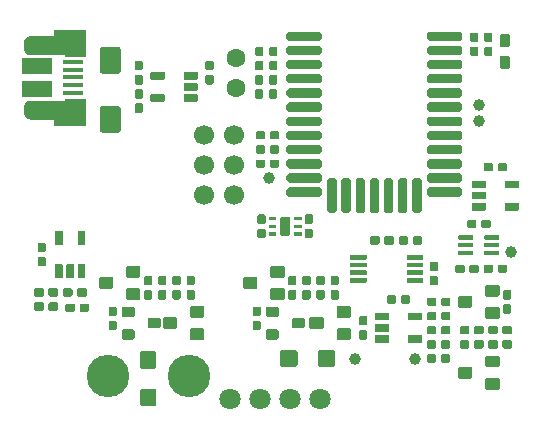
<source format=gts>
G04 #@! TF.GenerationSoftware,KiCad,Pcbnew,(5.1.8)-1*
G04 #@! TF.CreationDate,2021-10-09T07:53:52+02:00*
G04 #@! TF.ProjectId,EMS_stimulator,454d535f-7374-4696-9d75-6c61746f722e,rev?*
G04 #@! TF.SameCoordinates,PX57bcf00PY4755b80*
G04 #@! TF.FileFunction,Soldermask,Top*
G04 #@! TF.FilePolarity,Negative*
%FSLAX46Y46*%
G04 Gerber Fmt 4.6, Leading zero omitted, Abs format (unit mm)*
G04 Created by KiCad (PCBNEW (5.1.8)-1) date 2021-10-09 07:53:52*
%MOMM*%
%LPD*%
G01*
G04 APERTURE LIST*
%ADD10C,0.010000*%
%ADD11C,1.600000*%
%ADD12C,0.400000*%
%ADD13O,2.400000X1.200000*%
%ADD14R,2.500000X1.425000*%
%ADD15R,1.750000X0.400000*%
%ADD16C,1.700000*%
%ADD17C,3.600000*%
%ADD18C,1.000000*%
%ADD19C,1.800000*%
G04 APERTURE END LIST*
D10*
G36*
X3750000Y-600000D02*
G01*
X3750000Y-2625000D01*
X800000Y-2625000D01*
X774000Y-2624000D01*
X748000Y-2622000D01*
X722000Y-2619000D01*
X696000Y-2614000D01*
X671000Y-2608000D01*
X645000Y-2601000D01*
X621000Y-2592000D01*
X597000Y-2582000D01*
X573000Y-2571000D01*
X550000Y-2558000D01*
X528000Y-2544000D01*
X506000Y-2530000D01*
X485000Y-2514000D01*
X465000Y-2497000D01*
X446000Y-2479000D01*
X428000Y-2460000D01*
X411000Y-2440000D01*
X395000Y-2419000D01*
X381000Y-2397000D01*
X367000Y-2375000D01*
X354000Y-2352000D01*
X343000Y-2328000D01*
X333000Y-2304000D01*
X324000Y-2280000D01*
X317000Y-2254000D01*
X311000Y-2229000D01*
X306000Y-2203000D01*
X303000Y-2177000D01*
X301000Y-2151000D01*
X300000Y-2125000D01*
X300000Y-1625000D01*
X301000Y-1599000D01*
X303000Y-1573000D01*
X306000Y-1547000D01*
X311000Y-1521000D01*
X317000Y-1496000D01*
X324000Y-1470000D01*
X333000Y-1446000D01*
X343000Y-1422000D01*
X354000Y-1398000D01*
X367000Y-1375000D01*
X381000Y-1353000D01*
X395000Y-1331000D01*
X411000Y-1310000D01*
X428000Y-1290000D01*
X446000Y-1271000D01*
X465000Y-1253000D01*
X485000Y-1236000D01*
X506000Y-1220000D01*
X528000Y-1206000D01*
X550000Y-1192000D01*
X573000Y-1179000D01*
X597000Y-1168000D01*
X621000Y-1158000D01*
X645000Y-1149000D01*
X671000Y-1142000D01*
X696000Y-1136000D01*
X722000Y-1131000D01*
X748000Y-1128000D01*
X774000Y-1126000D01*
X800000Y-1125000D01*
X2850000Y-1125000D01*
X2850000Y-600000D01*
X3750000Y-600000D01*
G37*
X3750000Y-600000D02*
X3750000Y-2625000D01*
X800000Y-2625000D01*
X774000Y-2624000D01*
X748000Y-2622000D01*
X722000Y-2619000D01*
X696000Y-2614000D01*
X671000Y-2608000D01*
X645000Y-2601000D01*
X621000Y-2592000D01*
X597000Y-2582000D01*
X573000Y-2571000D01*
X550000Y-2558000D01*
X528000Y-2544000D01*
X506000Y-2530000D01*
X485000Y-2514000D01*
X465000Y-2497000D01*
X446000Y-2479000D01*
X428000Y-2460000D01*
X411000Y-2440000D01*
X395000Y-2419000D01*
X381000Y-2397000D01*
X367000Y-2375000D01*
X354000Y-2352000D01*
X343000Y-2328000D01*
X333000Y-2304000D01*
X324000Y-2280000D01*
X317000Y-2254000D01*
X311000Y-2229000D01*
X306000Y-2203000D01*
X303000Y-2177000D01*
X301000Y-2151000D01*
X300000Y-2125000D01*
X300000Y-1625000D01*
X301000Y-1599000D01*
X303000Y-1573000D01*
X306000Y-1547000D01*
X311000Y-1521000D01*
X317000Y-1496000D01*
X324000Y-1470000D01*
X333000Y-1446000D01*
X343000Y-1422000D01*
X354000Y-1398000D01*
X367000Y-1375000D01*
X381000Y-1353000D01*
X395000Y-1331000D01*
X411000Y-1310000D01*
X428000Y-1290000D01*
X446000Y-1271000D01*
X465000Y-1253000D01*
X485000Y-1236000D01*
X506000Y-1220000D01*
X528000Y-1206000D01*
X550000Y-1192000D01*
X573000Y-1179000D01*
X597000Y-1168000D01*
X621000Y-1158000D01*
X645000Y-1149000D01*
X671000Y-1142000D01*
X696000Y-1136000D01*
X722000Y-1131000D01*
X748000Y-1128000D01*
X774000Y-1126000D01*
X800000Y-1125000D01*
X2850000Y-1125000D01*
X2850000Y-600000D01*
X3750000Y-600000D01*
G36*
X5460000Y-600000D02*
G01*
X5460000Y-2800000D01*
X3800000Y-2800000D01*
X3800000Y-600000D01*
X5460000Y-600000D01*
G37*
X5460000Y-600000D02*
X5460000Y-2800000D01*
X3800000Y-2800000D01*
X3800000Y-600000D01*
X5460000Y-600000D01*
G36*
X5460000Y-6400000D02*
G01*
X5460000Y-8600000D01*
X3800000Y-8600000D01*
X3800000Y-6400000D01*
X5460000Y-6400000D01*
G37*
X5460000Y-6400000D02*
X5460000Y-8600000D01*
X3800000Y-8600000D01*
X3800000Y-6400000D01*
X5460000Y-6400000D01*
G36*
X3750000Y-8600000D02*
G01*
X3750000Y-6575000D01*
X800000Y-6575000D01*
X774000Y-6576000D01*
X748000Y-6578000D01*
X722000Y-6581000D01*
X696000Y-6586000D01*
X671000Y-6592000D01*
X645000Y-6599000D01*
X621000Y-6608000D01*
X597000Y-6618000D01*
X573000Y-6629000D01*
X550000Y-6642000D01*
X528000Y-6656000D01*
X506000Y-6670000D01*
X485000Y-6686000D01*
X465000Y-6703000D01*
X446000Y-6721000D01*
X428000Y-6740000D01*
X411000Y-6760000D01*
X395000Y-6781000D01*
X381000Y-6803000D01*
X367000Y-6825000D01*
X354000Y-6848000D01*
X343000Y-6872000D01*
X333000Y-6896000D01*
X324000Y-6920000D01*
X317000Y-6946000D01*
X311000Y-6971000D01*
X306000Y-6997000D01*
X303000Y-7023000D01*
X301000Y-7049000D01*
X300000Y-7075000D01*
X300000Y-7575000D01*
X301000Y-7601000D01*
X303000Y-7627000D01*
X306000Y-7653000D01*
X311000Y-7679000D01*
X317000Y-7704000D01*
X324000Y-7730000D01*
X333000Y-7754000D01*
X343000Y-7778000D01*
X354000Y-7802000D01*
X367000Y-7825000D01*
X381000Y-7847000D01*
X395000Y-7869000D01*
X411000Y-7890000D01*
X428000Y-7910000D01*
X446000Y-7929000D01*
X465000Y-7947000D01*
X485000Y-7964000D01*
X506000Y-7980000D01*
X528000Y-7994000D01*
X550000Y-8008000D01*
X573000Y-8021000D01*
X597000Y-8032000D01*
X621000Y-8042000D01*
X645000Y-8051000D01*
X671000Y-8058000D01*
X696000Y-8064000D01*
X722000Y-8069000D01*
X748000Y-8072000D01*
X774000Y-8074000D01*
X800000Y-8075000D01*
X2850000Y-8075000D01*
X2850000Y-8600000D01*
X3750000Y-8600000D01*
G37*
X3750000Y-8600000D02*
X3750000Y-6575000D01*
X800000Y-6575000D01*
X774000Y-6576000D01*
X748000Y-6578000D01*
X722000Y-6581000D01*
X696000Y-6586000D01*
X671000Y-6592000D01*
X645000Y-6599000D01*
X621000Y-6608000D01*
X597000Y-6618000D01*
X573000Y-6629000D01*
X550000Y-6642000D01*
X528000Y-6656000D01*
X506000Y-6670000D01*
X485000Y-6686000D01*
X465000Y-6703000D01*
X446000Y-6721000D01*
X428000Y-6740000D01*
X411000Y-6760000D01*
X395000Y-6781000D01*
X381000Y-6803000D01*
X367000Y-6825000D01*
X354000Y-6848000D01*
X343000Y-6872000D01*
X333000Y-6896000D01*
X324000Y-6920000D01*
X317000Y-6946000D01*
X311000Y-6971000D01*
X306000Y-6997000D01*
X303000Y-7023000D01*
X301000Y-7049000D01*
X300000Y-7075000D01*
X300000Y-7575000D01*
X301000Y-7601000D01*
X303000Y-7627000D01*
X306000Y-7653000D01*
X311000Y-7679000D01*
X317000Y-7704000D01*
X324000Y-7730000D01*
X333000Y-7754000D01*
X343000Y-7778000D01*
X354000Y-7802000D01*
X367000Y-7825000D01*
X381000Y-7847000D01*
X395000Y-7869000D01*
X411000Y-7890000D01*
X428000Y-7910000D01*
X446000Y-7929000D01*
X465000Y-7947000D01*
X485000Y-7964000D01*
X506000Y-7980000D01*
X528000Y-7994000D01*
X550000Y-8008000D01*
X573000Y-8021000D01*
X597000Y-8032000D01*
X621000Y-8042000D01*
X645000Y-8051000D01*
X671000Y-8058000D01*
X696000Y-8064000D01*
X722000Y-8069000D01*
X748000Y-8072000D01*
X774000Y-8074000D01*
X800000Y-8075000D01*
X2850000Y-8075000D01*
X2850000Y-8600000D01*
X3750000Y-8600000D01*
D11*
X18200000Y-2930000D03*
X18200000Y-5470000D03*
G36*
G01*
X38155000Y-2000000D02*
X38645000Y-2000000D01*
G75*
G02*
X38750000Y-2105000I0J-105000D01*
G01*
X38750000Y-2695000D01*
G75*
G02*
X38645000Y-2800000I-105000J0D01*
G01*
X38155000Y-2800000D01*
G75*
G02*
X38050000Y-2695000I0J105000D01*
G01*
X38050000Y-2105000D01*
G75*
G02*
X38155000Y-2000000I105000J0D01*
G01*
G37*
G36*
G01*
X38155000Y-800000D02*
X38645000Y-800000D01*
G75*
G02*
X38750000Y-905000I0J-105000D01*
G01*
X38750000Y-1495000D01*
G75*
G02*
X38645000Y-1600000I-105000J0D01*
G01*
X38155000Y-1600000D01*
G75*
G02*
X38050000Y-1495000I0J105000D01*
G01*
X38050000Y-905000D01*
G75*
G02*
X38155000Y-800000I105000J0D01*
G01*
G37*
G36*
G01*
X9755000Y-4400000D02*
X10245000Y-4400000D01*
G75*
G02*
X10350000Y-4505000I0J-105000D01*
G01*
X10350000Y-5095000D01*
G75*
G02*
X10245000Y-5200000I-105000J0D01*
G01*
X9755000Y-5200000D01*
G75*
G02*
X9650000Y-5095000I0J105000D01*
G01*
X9650000Y-4505000D01*
G75*
G02*
X9755000Y-4400000I105000J0D01*
G01*
G37*
G36*
G01*
X9755000Y-3200000D02*
X10245000Y-3200000D01*
G75*
G02*
X10350000Y-3305000I0J-105000D01*
G01*
X10350000Y-3895000D01*
G75*
G02*
X10245000Y-4000000I-105000J0D01*
G01*
X9755000Y-4000000D01*
G75*
G02*
X9650000Y-3895000I0J105000D01*
G01*
X9650000Y-3305000D01*
G75*
G02*
X9755000Y-3200000I105000J0D01*
G01*
G37*
G36*
G01*
X15755000Y-3200000D02*
X16245000Y-3200000D01*
G75*
G02*
X16350000Y-3305000I0J-105000D01*
G01*
X16350000Y-3895000D01*
G75*
G02*
X16245000Y-4000000I-105000J0D01*
G01*
X15755000Y-4000000D01*
G75*
G02*
X15650000Y-3895000I0J105000D01*
G01*
X15650000Y-3305000D01*
G75*
G02*
X15755000Y-3200000I105000J0D01*
G01*
G37*
G36*
G01*
X15755000Y-4400000D02*
X16245000Y-4400000D01*
G75*
G02*
X16350000Y-4505000I0J-105000D01*
G01*
X16350000Y-5095000D01*
G75*
G02*
X16245000Y-5200000I-105000J0D01*
G01*
X15755000Y-5200000D01*
G75*
G02*
X15650000Y-5095000I0J105000D01*
G01*
X15650000Y-4505000D01*
G75*
G02*
X15755000Y-4400000I105000J0D01*
G01*
G37*
G36*
G01*
X19955000Y-5600000D02*
X20445000Y-5600000D01*
G75*
G02*
X20550000Y-5705000I0J-105000D01*
G01*
X20550000Y-6295000D01*
G75*
G02*
X20445000Y-6400000I-105000J0D01*
G01*
X19955000Y-6400000D01*
G75*
G02*
X19850000Y-6295000I0J105000D01*
G01*
X19850000Y-5705000D01*
G75*
G02*
X19955000Y-5600000I105000J0D01*
G01*
G37*
G36*
G01*
X19955000Y-4400000D02*
X20445000Y-4400000D01*
G75*
G02*
X20550000Y-4505000I0J-105000D01*
G01*
X20550000Y-5095000D01*
G75*
G02*
X20445000Y-5200000I-105000J0D01*
G01*
X19955000Y-5200000D01*
G75*
G02*
X19850000Y-5095000I0J105000D01*
G01*
X19850000Y-4505000D01*
G75*
G02*
X19955000Y-4400000I105000J0D01*
G01*
G37*
G36*
G01*
X20645000Y-18200000D02*
X20155000Y-18200000D01*
G75*
G02*
X20050000Y-18095000I0J105000D01*
G01*
X20050000Y-17505000D01*
G75*
G02*
X20155000Y-17400000I105000J0D01*
G01*
X20645000Y-17400000D01*
G75*
G02*
X20750000Y-17505000I0J-105000D01*
G01*
X20750000Y-18095000D01*
G75*
G02*
X20645000Y-18200000I-105000J0D01*
G01*
G37*
G36*
G01*
X20645000Y-17000000D02*
X20155000Y-17000000D01*
G75*
G02*
X20050000Y-16895000I0J105000D01*
G01*
X20050000Y-16305000D01*
G75*
G02*
X20155000Y-16200000I105000J0D01*
G01*
X20645000Y-16200000D01*
G75*
G02*
X20750000Y-16305000I0J-105000D01*
G01*
X20750000Y-16895000D01*
G75*
G02*
X20645000Y-17000000I-105000J0D01*
G01*
G37*
G36*
G01*
X24645000Y-17000000D02*
X24155000Y-17000000D01*
G75*
G02*
X24050000Y-16895000I0J105000D01*
G01*
X24050000Y-16305000D01*
G75*
G02*
X24155000Y-16200000I105000J0D01*
G01*
X24645000Y-16200000D01*
G75*
G02*
X24750000Y-16305000I0J-105000D01*
G01*
X24750000Y-16895000D01*
G75*
G02*
X24645000Y-17000000I-105000J0D01*
G01*
G37*
G36*
G01*
X24645000Y-18200000D02*
X24155000Y-18200000D01*
G75*
G02*
X24050000Y-18095000I0J105000D01*
G01*
X24050000Y-17505000D01*
G75*
G02*
X24155000Y-17400000I105000J0D01*
G01*
X24645000Y-17400000D01*
G75*
G02*
X24750000Y-17505000I0J-105000D01*
G01*
X24750000Y-18095000D01*
G75*
G02*
X24645000Y-18200000I-105000J0D01*
G01*
G37*
G36*
G01*
X37600000Y-20555000D02*
X37600000Y-21045000D01*
G75*
G02*
X37495000Y-21150000I-105000J0D01*
G01*
X36905000Y-21150000D01*
G75*
G02*
X36800000Y-21045000I0J105000D01*
G01*
X36800000Y-20555000D01*
G75*
G02*
X36905000Y-20450000I105000J0D01*
G01*
X37495000Y-20450000D01*
G75*
G02*
X37600000Y-20555000I0J-105000D01*
G01*
G37*
G36*
G01*
X38800000Y-20555000D02*
X38800000Y-21045000D01*
G75*
G02*
X38695000Y-21150000I-105000J0D01*
G01*
X38105000Y-21150000D01*
G75*
G02*
X38000000Y-21045000I0J105000D01*
G01*
X38000000Y-20555000D01*
G75*
G02*
X38105000Y-20450000I105000J0D01*
G01*
X38695000Y-20450000D01*
G75*
G02*
X38800000Y-20555000I0J-105000D01*
G01*
G37*
G36*
G01*
X33000000Y-23155000D02*
X33000000Y-23645000D01*
G75*
G02*
X32895000Y-23750000I-105000J0D01*
G01*
X32305000Y-23750000D01*
G75*
G02*
X32200000Y-23645000I0J105000D01*
G01*
X32200000Y-23155000D01*
G75*
G02*
X32305000Y-23050000I105000J0D01*
G01*
X32895000Y-23050000D01*
G75*
G02*
X33000000Y-23155000I0J-105000D01*
G01*
G37*
G36*
G01*
X31800000Y-23155000D02*
X31800000Y-23645000D01*
G75*
G02*
X31695000Y-23750000I-105000J0D01*
G01*
X31105000Y-23750000D01*
G75*
G02*
X31000000Y-23645000I0J105000D01*
G01*
X31000000Y-23155000D01*
G75*
G02*
X31105000Y-23050000I105000J0D01*
G01*
X31695000Y-23050000D01*
G75*
G02*
X31800000Y-23155000I0J-105000D01*
G01*
G37*
G36*
G01*
X38600000Y-16755000D02*
X38600000Y-17245000D01*
G75*
G02*
X38495000Y-17350000I-105000J0D01*
G01*
X37905000Y-17350000D01*
G75*
G02*
X37800000Y-17245000I0J105000D01*
G01*
X37800000Y-16755000D01*
G75*
G02*
X37905000Y-16650000I105000J0D01*
G01*
X38495000Y-16650000D01*
G75*
G02*
X38600000Y-16755000I0J-105000D01*
G01*
G37*
G36*
G01*
X39800000Y-16755000D02*
X39800000Y-17245000D01*
G75*
G02*
X39695000Y-17350000I-105000J0D01*
G01*
X39105000Y-17350000D01*
G75*
G02*
X39000000Y-17245000I0J105000D01*
G01*
X39000000Y-16755000D01*
G75*
G02*
X39105000Y-16650000I105000J0D01*
G01*
X39695000Y-16650000D01*
G75*
G02*
X39800000Y-16755000I0J-105000D01*
G01*
G37*
G36*
G01*
X41200000Y-11955000D02*
X41200000Y-12445000D01*
G75*
G02*
X41095000Y-12550000I-105000J0D01*
G01*
X40505000Y-12550000D01*
G75*
G02*
X40400000Y-12445000I0J105000D01*
G01*
X40400000Y-11955000D01*
G75*
G02*
X40505000Y-11850000I105000J0D01*
G01*
X41095000Y-11850000D01*
G75*
G02*
X41200000Y-11955000I0J-105000D01*
G01*
G37*
G36*
G01*
X40000000Y-11955000D02*
X40000000Y-12445000D01*
G75*
G02*
X39895000Y-12550000I-105000J0D01*
G01*
X39305000Y-12550000D01*
G75*
G02*
X39200000Y-12445000I0J105000D01*
G01*
X39200000Y-11955000D01*
G75*
G02*
X39305000Y-11850000I105000J0D01*
G01*
X39895000Y-11850000D01*
G75*
G02*
X40000000Y-11955000I0J-105000D01*
G01*
G37*
G36*
G01*
X1555000Y-18600000D02*
X2045000Y-18600000D01*
G75*
G02*
X2150000Y-18705000I0J-105000D01*
G01*
X2150000Y-19295000D01*
G75*
G02*
X2045000Y-19400000I-105000J0D01*
G01*
X1555000Y-19400000D01*
G75*
G02*
X1450000Y-19295000I0J105000D01*
G01*
X1450000Y-18705000D01*
G75*
G02*
X1555000Y-18600000I105000J0D01*
G01*
G37*
G36*
G01*
X1555000Y-19800000D02*
X2045000Y-19800000D01*
G75*
G02*
X2150000Y-19905000I0J-105000D01*
G01*
X2150000Y-20495000D01*
G75*
G02*
X2045000Y-20600000I-105000J0D01*
G01*
X1555000Y-20600000D01*
G75*
G02*
X1450000Y-20495000I0J105000D01*
G01*
X1450000Y-19905000D01*
G75*
G02*
X1555000Y-19800000I105000J0D01*
G01*
G37*
G36*
G01*
X37200000Y-27445000D02*
X37200000Y-26955000D01*
G75*
G02*
X37305000Y-26850000I105000J0D01*
G01*
X37895000Y-26850000D01*
G75*
G02*
X38000000Y-26955000I0J-105000D01*
G01*
X38000000Y-27445000D01*
G75*
G02*
X37895000Y-27550000I-105000J0D01*
G01*
X37305000Y-27550000D01*
G75*
G02*
X37200000Y-27445000I0J105000D01*
G01*
G37*
G36*
G01*
X38400000Y-27445000D02*
X38400000Y-26955000D01*
G75*
G02*
X38505000Y-26850000I105000J0D01*
G01*
X39095000Y-26850000D01*
G75*
G02*
X39200000Y-26955000I0J-105000D01*
G01*
X39200000Y-27445000D01*
G75*
G02*
X39095000Y-27550000I-105000J0D01*
G01*
X38505000Y-27550000D01*
G75*
G02*
X38400000Y-27445000I0J105000D01*
G01*
G37*
G36*
G01*
X35245000Y-22200000D02*
X34755000Y-22200000D01*
G75*
G02*
X34650000Y-22095000I0J105000D01*
G01*
X34650000Y-21505000D01*
G75*
G02*
X34755000Y-21400000I105000J0D01*
G01*
X35245000Y-21400000D01*
G75*
G02*
X35350000Y-21505000I0J-105000D01*
G01*
X35350000Y-22095000D01*
G75*
G02*
X35245000Y-22200000I-105000J0D01*
G01*
G37*
G36*
G01*
X35245000Y-21000000D02*
X34755000Y-21000000D01*
G75*
G02*
X34650000Y-20895000I0J105000D01*
G01*
X34650000Y-20305000D01*
G75*
G02*
X34755000Y-20200000I105000J0D01*
G01*
X35245000Y-20200000D01*
G75*
G02*
X35350000Y-20305000I0J-105000D01*
G01*
X35350000Y-20895000D01*
G75*
G02*
X35245000Y-21000000I-105000J0D01*
G01*
G37*
G36*
G01*
X8230000Y-9300000D02*
X6970000Y-9300000D01*
G75*
G02*
X6700000Y-9030000I0J270000D01*
G01*
X6700000Y-7270000D01*
G75*
G02*
X6970000Y-7000000I270000J0D01*
G01*
X8230000Y-7000000D01*
G75*
G02*
X8500000Y-7270000I0J-270000D01*
G01*
X8500000Y-9030000D01*
G75*
G02*
X8230000Y-9300000I-270000J0D01*
G01*
G37*
G36*
G01*
X8230000Y-4300000D02*
X6970000Y-4300000D01*
G75*
G02*
X6700000Y-4030000I0J270000D01*
G01*
X6700000Y-2270000D01*
G75*
G02*
X6970000Y-2000000I270000J0D01*
G01*
X8230000Y-2000000D01*
G75*
G02*
X8500000Y-2270000I0J-270000D01*
G01*
X8500000Y-4030000D01*
G75*
G02*
X8230000Y-4300000I-270000J0D01*
G01*
G37*
G36*
G01*
X10240000Y-27750000D02*
X11360000Y-27750000D01*
G75*
G02*
X11500000Y-27890000I0J-140000D01*
G01*
X11500000Y-29110000D01*
G75*
G02*
X11360000Y-29250000I-140000J0D01*
G01*
X10240000Y-29250000D01*
G75*
G02*
X10100000Y-29110000I0J140000D01*
G01*
X10100000Y-27890000D01*
G75*
G02*
X10240000Y-27750000I140000J0D01*
G01*
G37*
G36*
G01*
X10240000Y-30950000D02*
X11360000Y-30950000D01*
G75*
G02*
X11500000Y-31090000I0J-140000D01*
G01*
X11500000Y-32310000D01*
G75*
G02*
X11360000Y-32450000I-140000J0D01*
G01*
X10240000Y-32450000D01*
G75*
G02*
X10100000Y-32310000I0J140000D01*
G01*
X10100000Y-31090000D01*
G75*
G02*
X10240000Y-30950000I140000J0D01*
G01*
G37*
G36*
G01*
X25150000Y-28960000D02*
X25150000Y-27840000D01*
G75*
G02*
X25290000Y-27700000I140000J0D01*
G01*
X26510000Y-27700000D01*
G75*
G02*
X26650000Y-27840000I0J-140000D01*
G01*
X26650000Y-28960000D01*
G75*
G02*
X26510000Y-29100000I-140000J0D01*
G01*
X25290000Y-29100000D01*
G75*
G02*
X25150000Y-28960000I0J140000D01*
G01*
G37*
G36*
G01*
X21950000Y-28960000D02*
X21950000Y-27840000D01*
G75*
G02*
X22090000Y-27700000I140000J0D01*
G01*
X23310000Y-27700000D01*
G75*
G02*
X23450000Y-27840000I0J-140000D01*
G01*
X23450000Y-28960000D01*
G75*
G02*
X23310000Y-29100000I-140000J0D01*
G01*
X22090000Y-29100000D01*
G75*
G02*
X21950000Y-28960000I0J140000D01*
G01*
G37*
G36*
G01*
X14935000Y-6675000D02*
X13865000Y-6675000D01*
G75*
G02*
X13800000Y-6610000I0J65000D01*
G01*
X13800000Y-6090000D01*
G75*
G02*
X13865000Y-6025000I65000J0D01*
G01*
X14935000Y-6025000D01*
G75*
G02*
X15000000Y-6090000I0J-65000D01*
G01*
X15000000Y-6610000D01*
G75*
G02*
X14935000Y-6675000I-65000J0D01*
G01*
G37*
G36*
G01*
X14935000Y-5725000D02*
X13865000Y-5725000D01*
G75*
G02*
X13800000Y-5660000I0J65000D01*
G01*
X13800000Y-5140000D01*
G75*
G02*
X13865000Y-5075000I65000J0D01*
G01*
X14935000Y-5075000D01*
G75*
G02*
X15000000Y-5140000I0J-65000D01*
G01*
X15000000Y-5660000D01*
G75*
G02*
X14935000Y-5725000I-65000J0D01*
G01*
G37*
G36*
G01*
X14935000Y-4775000D02*
X13865000Y-4775000D01*
G75*
G02*
X13800000Y-4710000I0J65000D01*
G01*
X13800000Y-4190000D01*
G75*
G02*
X13865000Y-4125000I65000J0D01*
G01*
X14935000Y-4125000D01*
G75*
G02*
X15000000Y-4190000I0J-65000D01*
G01*
X15000000Y-4710000D01*
G75*
G02*
X14935000Y-4775000I-65000J0D01*
G01*
G37*
G36*
G01*
X12135000Y-6675000D02*
X11065000Y-6675000D01*
G75*
G02*
X11000000Y-6610000I0J65000D01*
G01*
X11000000Y-6090000D01*
G75*
G02*
X11065000Y-6025000I65000J0D01*
G01*
X12135000Y-6025000D01*
G75*
G02*
X12200000Y-6090000I0J-65000D01*
G01*
X12200000Y-6610000D01*
G75*
G02*
X12135000Y-6675000I-65000J0D01*
G01*
G37*
G36*
G01*
X12135000Y-4775000D02*
X11065000Y-4775000D01*
G75*
G02*
X11000000Y-4710000I0J65000D01*
G01*
X11000000Y-4190000D01*
G75*
G02*
X11065000Y-4125000I65000J0D01*
G01*
X12135000Y-4125000D01*
G75*
G02*
X12200000Y-4190000I0J-65000D01*
G01*
X12200000Y-4710000D01*
G75*
G02*
X12135000Y-4775000I-65000J0D01*
G01*
G37*
G36*
G01*
X23800000Y-17730000D02*
X23800000Y-17970000D01*
G75*
G02*
X23770000Y-18000000I-30000J0D01*
G01*
X23180000Y-18000000D01*
G75*
G02*
X23150000Y-17970000I0J30000D01*
G01*
X23150000Y-17730000D01*
G75*
G02*
X23180000Y-17700000I30000J0D01*
G01*
X23770000Y-17700000D01*
G75*
G02*
X23800000Y-17730000I0J-30000D01*
G01*
G37*
G36*
G01*
X23800000Y-17080000D02*
X23800000Y-17320000D01*
G75*
G02*
X23770000Y-17350000I-30000J0D01*
G01*
X23180000Y-17350000D01*
G75*
G02*
X23150000Y-17320000I0J30000D01*
G01*
X23150000Y-17080000D01*
G75*
G02*
X23180000Y-17050000I30000J0D01*
G01*
X23770000Y-17050000D01*
G75*
G02*
X23800000Y-17080000I0J-30000D01*
G01*
G37*
G36*
G01*
X23800000Y-16430000D02*
X23800000Y-16670000D01*
G75*
G02*
X23770000Y-16700000I-30000J0D01*
G01*
X23180000Y-16700000D01*
G75*
G02*
X23150000Y-16670000I0J30000D01*
G01*
X23150000Y-16430000D01*
G75*
G02*
X23180000Y-16400000I30000J0D01*
G01*
X23770000Y-16400000D01*
G75*
G02*
X23800000Y-16430000I0J-30000D01*
G01*
G37*
G36*
G01*
X21650000Y-16430000D02*
X21650000Y-16670000D01*
G75*
G02*
X21620000Y-16700000I-30000J0D01*
G01*
X21030000Y-16700000D01*
G75*
G02*
X21000000Y-16670000I0J30000D01*
G01*
X21000000Y-16430000D01*
G75*
G02*
X21030000Y-16400000I30000J0D01*
G01*
X21620000Y-16400000D01*
G75*
G02*
X21650000Y-16430000I0J-30000D01*
G01*
G37*
G36*
G01*
X21650000Y-17080000D02*
X21650000Y-17320000D01*
G75*
G02*
X21620000Y-17350000I-30000J0D01*
G01*
X21030000Y-17350000D01*
G75*
G02*
X21000000Y-17320000I0J30000D01*
G01*
X21000000Y-17080000D01*
G75*
G02*
X21030000Y-17050000I30000J0D01*
G01*
X21620000Y-17050000D01*
G75*
G02*
X21650000Y-17080000I0J-30000D01*
G01*
G37*
G36*
G01*
X21650000Y-17730000D02*
X21650000Y-17970000D01*
G75*
G02*
X21620000Y-18000000I-30000J0D01*
G01*
X21030000Y-18000000D01*
G75*
G02*
X21000000Y-17970000I0J30000D01*
G01*
X21000000Y-17730000D01*
G75*
G02*
X21030000Y-17700000I30000J0D01*
G01*
X21620000Y-17700000D01*
G75*
G02*
X21650000Y-17730000I0J-30000D01*
G01*
G37*
G36*
G01*
X22800000Y-16480000D02*
X22800000Y-17920000D01*
G75*
G02*
X22720000Y-18000000I-80000J0D01*
G01*
X22080000Y-18000000D01*
G75*
G02*
X22000000Y-17920000I0J80000D01*
G01*
X22000000Y-16480000D01*
G75*
G02*
X22080000Y-16400000I80000J0D01*
G01*
X22720000Y-16400000D01*
G75*
G02*
X22800000Y-16480000I0J-80000D01*
G01*
G37*
D12*
X22400000Y-17600000D03*
X22400000Y-16800000D03*
G36*
G01*
X34060000Y-21975000D02*
X32740000Y-21975000D01*
G75*
G02*
X32700000Y-21935000I0J40000D01*
G01*
X32700000Y-21615000D01*
G75*
G02*
X32740000Y-21575000I40000J0D01*
G01*
X34060000Y-21575000D01*
G75*
G02*
X34100000Y-21615000I0J-40000D01*
G01*
X34100000Y-21935000D01*
G75*
G02*
X34060000Y-21975000I-40000J0D01*
G01*
G37*
G36*
G01*
X34060000Y-21325000D02*
X32740000Y-21325000D01*
G75*
G02*
X32700000Y-21285000I0J40000D01*
G01*
X32700000Y-20965000D01*
G75*
G02*
X32740000Y-20925000I40000J0D01*
G01*
X34060000Y-20925000D01*
G75*
G02*
X34100000Y-20965000I0J-40000D01*
G01*
X34100000Y-21285000D01*
G75*
G02*
X34060000Y-21325000I-40000J0D01*
G01*
G37*
G36*
G01*
X34060000Y-20675000D02*
X32740000Y-20675000D01*
G75*
G02*
X32700000Y-20635000I0J40000D01*
G01*
X32700000Y-20315000D01*
G75*
G02*
X32740000Y-20275000I40000J0D01*
G01*
X34060000Y-20275000D01*
G75*
G02*
X34100000Y-20315000I0J-40000D01*
G01*
X34100000Y-20635000D01*
G75*
G02*
X34060000Y-20675000I-40000J0D01*
G01*
G37*
G36*
G01*
X34060000Y-20025000D02*
X32740000Y-20025000D01*
G75*
G02*
X32700000Y-19985000I0J40000D01*
G01*
X32700000Y-19665000D01*
G75*
G02*
X32740000Y-19625000I40000J0D01*
G01*
X34060000Y-19625000D01*
G75*
G02*
X34100000Y-19665000I0J-40000D01*
G01*
X34100000Y-19985000D01*
G75*
G02*
X34060000Y-20025000I-40000J0D01*
G01*
G37*
G36*
G01*
X29260000Y-20025000D02*
X27940000Y-20025000D01*
G75*
G02*
X27900000Y-19985000I0J40000D01*
G01*
X27900000Y-19665000D01*
G75*
G02*
X27940000Y-19625000I40000J0D01*
G01*
X29260000Y-19625000D01*
G75*
G02*
X29300000Y-19665000I0J-40000D01*
G01*
X29300000Y-19985000D01*
G75*
G02*
X29260000Y-20025000I-40000J0D01*
G01*
G37*
G36*
G01*
X29260000Y-20675000D02*
X27940000Y-20675000D01*
G75*
G02*
X27900000Y-20635000I0J40000D01*
G01*
X27900000Y-20315000D01*
G75*
G02*
X27940000Y-20275000I40000J0D01*
G01*
X29260000Y-20275000D01*
G75*
G02*
X29300000Y-20315000I0J-40000D01*
G01*
X29300000Y-20635000D01*
G75*
G02*
X29260000Y-20675000I-40000J0D01*
G01*
G37*
G36*
G01*
X29260000Y-21325000D02*
X27940000Y-21325000D01*
G75*
G02*
X27900000Y-21285000I0J40000D01*
G01*
X27900000Y-20965000D01*
G75*
G02*
X27940000Y-20925000I40000J0D01*
G01*
X29260000Y-20925000D01*
G75*
G02*
X29300000Y-20965000I0J-40000D01*
G01*
X29300000Y-21285000D01*
G75*
G02*
X29260000Y-21325000I-40000J0D01*
G01*
G37*
G36*
G01*
X29260000Y-21975000D02*
X27940000Y-21975000D01*
G75*
G02*
X27900000Y-21935000I0J40000D01*
G01*
X27900000Y-21615000D01*
G75*
G02*
X27940000Y-21575000I40000J0D01*
G01*
X29260000Y-21575000D01*
G75*
G02*
X29300000Y-21615000I0J-40000D01*
G01*
X29300000Y-21935000D01*
G75*
G02*
X29260000Y-21975000I-40000J0D01*
G01*
G37*
G36*
G01*
X32865000Y-26425000D02*
X33935000Y-26425000D01*
G75*
G02*
X34000000Y-26490000I0J-65000D01*
G01*
X34000000Y-27010000D01*
G75*
G02*
X33935000Y-27075000I-65000J0D01*
G01*
X32865000Y-27075000D01*
G75*
G02*
X32800000Y-27010000I0J65000D01*
G01*
X32800000Y-26490000D01*
G75*
G02*
X32865000Y-26425000I65000J0D01*
G01*
G37*
G36*
G01*
X32865000Y-24525000D02*
X33935000Y-24525000D01*
G75*
G02*
X34000000Y-24590000I0J-65000D01*
G01*
X34000000Y-25110000D01*
G75*
G02*
X33935000Y-25175000I-65000J0D01*
G01*
X32865000Y-25175000D01*
G75*
G02*
X32800000Y-25110000I0J65000D01*
G01*
X32800000Y-24590000D01*
G75*
G02*
X32865000Y-24525000I65000J0D01*
G01*
G37*
G36*
G01*
X30065000Y-26425000D02*
X31135000Y-26425000D01*
G75*
G02*
X31200000Y-26490000I0J-65000D01*
G01*
X31200000Y-27010000D01*
G75*
G02*
X31135000Y-27075000I-65000J0D01*
G01*
X30065000Y-27075000D01*
G75*
G02*
X30000000Y-27010000I0J65000D01*
G01*
X30000000Y-26490000D01*
G75*
G02*
X30065000Y-26425000I65000J0D01*
G01*
G37*
G36*
G01*
X30065000Y-25475000D02*
X31135000Y-25475000D01*
G75*
G02*
X31200000Y-25540000I0J-65000D01*
G01*
X31200000Y-26060000D01*
G75*
G02*
X31135000Y-26125000I-65000J0D01*
G01*
X30065000Y-26125000D01*
G75*
G02*
X30000000Y-26060000I0J65000D01*
G01*
X30000000Y-25540000D01*
G75*
G02*
X30065000Y-25475000I65000J0D01*
G01*
G37*
G36*
G01*
X30065000Y-24525000D02*
X31135000Y-24525000D01*
G75*
G02*
X31200000Y-24590000I0J-65000D01*
G01*
X31200000Y-25110000D01*
G75*
G02*
X31135000Y-25175000I-65000J0D01*
G01*
X30065000Y-25175000D01*
G75*
G02*
X30000000Y-25110000I0J65000D01*
G01*
X30000000Y-24590000D01*
G75*
G02*
X30065000Y-24525000I65000J0D01*
G01*
G37*
G36*
G01*
X38265000Y-13325000D02*
X39335000Y-13325000D01*
G75*
G02*
X39400000Y-13390000I0J-65000D01*
G01*
X39400000Y-13910000D01*
G75*
G02*
X39335000Y-13975000I-65000J0D01*
G01*
X38265000Y-13975000D01*
G75*
G02*
X38200000Y-13910000I0J65000D01*
G01*
X38200000Y-13390000D01*
G75*
G02*
X38265000Y-13325000I65000J0D01*
G01*
G37*
G36*
G01*
X38265000Y-14275000D02*
X39335000Y-14275000D01*
G75*
G02*
X39400000Y-14340000I0J-65000D01*
G01*
X39400000Y-14860000D01*
G75*
G02*
X39335000Y-14925000I-65000J0D01*
G01*
X38265000Y-14925000D01*
G75*
G02*
X38200000Y-14860000I0J65000D01*
G01*
X38200000Y-14340000D01*
G75*
G02*
X38265000Y-14275000I65000J0D01*
G01*
G37*
G36*
G01*
X38265000Y-15225000D02*
X39335000Y-15225000D01*
G75*
G02*
X39400000Y-15290000I0J-65000D01*
G01*
X39400000Y-15810000D01*
G75*
G02*
X39335000Y-15875000I-65000J0D01*
G01*
X38265000Y-15875000D01*
G75*
G02*
X38200000Y-15810000I0J65000D01*
G01*
X38200000Y-15290000D01*
G75*
G02*
X38265000Y-15225000I65000J0D01*
G01*
G37*
G36*
G01*
X41065000Y-13325000D02*
X42135000Y-13325000D01*
G75*
G02*
X42200000Y-13390000I0J-65000D01*
G01*
X42200000Y-13910000D01*
G75*
G02*
X42135000Y-13975000I-65000J0D01*
G01*
X41065000Y-13975000D01*
G75*
G02*
X41000000Y-13910000I0J65000D01*
G01*
X41000000Y-13390000D01*
G75*
G02*
X41065000Y-13325000I65000J0D01*
G01*
G37*
G36*
G01*
X41065000Y-15225000D02*
X42135000Y-15225000D01*
G75*
G02*
X42200000Y-15290000I0J-65000D01*
G01*
X42200000Y-15810000D01*
G75*
G02*
X42135000Y-15875000I-65000J0D01*
G01*
X41065000Y-15875000D01*
G75*
G02*
X41000000Y-15810000I0J65000D01*
G01*
X41000000Y-15290000D01*
G75*
G02*
X41065000Y-15225000I65000J0D01*
G01*
G37*
G36*
G01*
X37110000Y-17975000D02*
X38290000Y-17975000D01*
G75*
G02*
X38325000Y-18010000I0J-35000D01*
G01*
X38325000Y-18290000D01*
G75*
G02*
X38290000Y-18325000I-35000J0D01*
G01*
X37110000Y-18325000D01*
G75*
G02*
X37075000Y-18290000I0J35000D01*
G01*
X37075000Y-18010000D01*
G75*
G02*
X37110000Y-17975000I35000J0D01*
G01*
G37*
G36*
G01*
X37110000Y-18625000D02*
X38290000Y-18625000D01*
G75*
G02*
X38325000Y-18660000I0J-35000D01*
G01*
X38325000Y-18940000D01*
G75*
G02*
X38290000Y-18975000I-35000J0D01*
G01*
X37110000Y-18975000D01*
G75*
G02*
X37075000Y-18940000I0J35000D01*
G01*
X37075000Y-18660000D01*
G75*
G02*
X37110000Y-18625000I35000J0D01*
G01*
G37*
G36*
G01*
X37110000Y-19275000D02*
X38290000Y-19275000D01*
G75*
G02*
X38325000Y-19310000I0J-35000D01*
G01*
X38325000Y-19590000D01*
G75*
G02*
X38290000Y-19625000I-35000J0D01*
G01*
X37110000Y-19625000D01*
G75*
G02*
X37075000Y-19590000I0J35000D01*
G01*
X37075000Y-19310000D01*
G75*
G02*
X37110000Y-19275000I35000J0D01*
G01*
G37*
G36*
G01*
X39310000Y-17975000D02*
X40490000Y-17975000D01*
G75*
G02*
X40525000Y-18010000I0J-35000D01*
G01*
X40525000Y-18290000D01*
G75*
G02*
X40490000Y-18325000I-35000J0D01*
G01*
X39310000Y-18325000D01*
G75*
G02*
X39275000Y-18290000I0J35000D01*
G01*
X39275000Y-18010000D01*
G75*
G02*
X39310000Y-17975000I35000J0D01*
G01*
G37*
G36*
G01*
X39310000Y-19275000D02*
X40490000Y-19275000D01*
G75*
G02*
X40525000Y-19310000I0J-35000D01*
G01*
X40525000Y-19590000D01*
G75*
G02*
X40490000Y-19625000I-35000J0D01*
G01*
X39310000Y-19625000D01*
G75*
G02*
X39275000Y-19590000I0J35000D01*
G01*
X39275000Y-19310000D01*
G75*
G02*
X39310000Y-19275000I35000J0D01*
G01*
G37*
G36*
G01*
X39310000Y-18625000D02*
X40490000Y-18625000D01*
G75*
G02*
X40525000Y-18660000I0J-35000D01*
G01*
X40525000Y-18940000D01*
G75*
G02*
X40490000Y-18975000I-35000J0D01*
G01*
X39310000Y-18975000D01*
G75*
G02*
X39275000Y-18940000I0J35000D01*
G01*
X39275000Y-18660000D01*
G75*
G02*
X39310000Y-18625000I35000J0D01*
G01*
G37*
G36*
G01*
X2925000Y-21535000D02*
X2925000Y-20465000D01*
G75*
G02*
X2990000Y-20400000I65000J0D01*
G01*
X3510000Y-20400000D01*
G75*
G02*
X3575000Y-20465000I0J-65000D01*
G01*
X3575000Y-21535000D01*
G75*
G02*
X3510000Y-21600000I-65000J0D01*
G01*
X2990000Y-21600000D01*
G75*
G02*
X2925000Y-21535000I0J65000D01*
G01*
G37*
G36*
G01*
X3875000Y-21535000D02*
X3875000Y-20465000D01*
G75*
G02*
X3940000Y-20400000I65000J0D01*
G01*
X4460000Y-20400000D01*
G75*
G02*
X4525000Y-20465000I0J-65000D01*
G01*
X4525000Y-21535000D01*
G75*
G02*
X4460000Y-21600000I-65000J0D01*
G01*
X3940000Y-21600000D01*
G75*
G02*
X3875000Y-21535000I0J65000D01*
G01*
G37*
G36*
G01*
X4825000Y-21535000D02*
X4825000Y-20465000D01*
G75*
G02*
X4890000Y-20400000I65000J0D01*
G01*
X5410000Y-20400000D01*
G75*
G02*
X5475000Y-20465000I0J-65000D01*
G01*
X5475000Y-21535000D01*
G75*
G02*
X5410000Y-21600000I-65000J0D01*
G01*
X4890000Y-21600000D01*
G75*
G02*
X4825000Y-21535000I0J65000D01*
G01*
G37*
G36*
G01*
X2925000Y-18735000D02*
X2925000Y-17665000D01*
G75*
G02*
X2990000Y-17600000I65000J0D01*
G01*
X3510000Y-17600000D01*
G75*
G02*
X3575000Y-17665000I0J-65000D01*
G01*
X3575000Y-18735000D01*
G75*
G02*
X3510000Y-18800000I-65000J0D01*
G01*
X2990000Y-18800000D01*
G75*
G02*
X2925000Y-18735000I0J65000D01*
G01*
G37*
G36*
G01*
X4825000Y-18735000D02*
X4825000Y-17665000D01*
G75*
G02*
X4890000Y-17600000I65000J0D01*
G01*
X5410000Y-17600000D01*
G75*
G02*
X5475000Y-17665000I0J-65000D01*
G01*
X5475000Y-18735000D01*
G75*
G02*
X5410000Y-18800000I-65000J0D01*
G01*
X4890000Y-18800000D01*
G75*
G02*
X4825000Y-18735000I0J65000D01*
G01*
G37*
D13*
X1600000Y-7325000D03*
X1600000Y-1875000D03*
D14*
X1350000Y-5562500D03*
X1350000Y-3637500D03*
D15*
X4425000Y-5900000D03*
X4425000Y-5250000D03*
X4425000Y-4600000D03*
X4425000Y-3950000D03*
X4425000Y-3300000D03*
G36*
G01*
X41320000Y-3850000D02*
X40680000Y-3850000D01*
G75*
G02*
X40600000Y-3770000I0J80000D01*
G01*
X40600000Y-2830000D01*
G75*
G02*
X40680000Y-2750000I80000J0D01*
G01*
X41320000Y-2750000D01*
G75*
G02*
X41400000Y-2830000I0J-80000D01*
G01*
X41400000Y-3770000D01*
G75*
G02*
X41320000Y-3850000I-80000J0D01*
G01*
G37*
G36*
G01*
X41320000Y-2050000D02*
X40680000Y-2050000D01*
G75*
G02*
X40600000Y-1970000I0J80000D01*
G01*
X40600000Y-1030000D01*
G75*
G02*
X40680000Y-950000I80000J0D01*
G01*
X41320000Y-950000D01*
G75*
G02*
X41400000Y-1030000I0J-80000D01*
G01*
X41400000Y-1970000D01*
G75*
G02*
X41320000Y-2050000I-80000J0D01*
G01*
G37*
D16*
X18070000Y-9460000D03*
X15530000Y-9460000D03*
X18070000Y-12000000D03*
X15530000Y-12000000D03*
X18070000Y-14540000D03*
X15530000Y-14540000D03*
D17*
X7400000Y-29900000D03*
X14300000Y-29900000D03*
G36*
G01*
X10885000Y-24950000D02*
X11715000Y-24950000D01*
G75*
G02*
X11850000Y-25085000I0J-135000D01*
G01*
X11850000Y-25715000D01*
G75*
G02*
X11715000Y-25850000I-135000J0D01*
G01*
X10885000Y-25850000D01*
G75*
G02*
X10750000Y-25715000I0J135000D01*
G01*
X10750000Y-25085000D01*
G75*
G02*
X10885000Y-24950000I135000J0D01*
G01*
G37*
G36*
G01*
X8685000Y-25900000D02*
X9515000Y-25900000D01*
G75*
G02*
X9650000Y-26035000I0J-135000D01*
G01*
X9650000Y-26665000D01*
G75*
G02*
X9515000Y-26800000I-135000J0D01*
G01*
X8685000Y-26800000D01*
G75*
G02*
X8550000Y-26665000I0J135000D01*
G01*
X8550000Y-26035000D01*
G75*
G02*
X8685000Y-25900000I135000J0D01*
G01*
G37*
G36*
G01*
X8685000Y-24000000D02*
X9515000Y-24000000D01*
G75*
G02*
X9650000Y-24135000I0J-135000D01*
G01*
X9650000Y-24765000D01*
G75*
G02*
X9515000Y-24900000I-135000J0D01*
G01*
X8685000Y-24900000D01*
G75*
G02*
X8550000Y-24765000I0J135000D01*
G01*
X8550000Y-24135000D01*
G75*
G02*
X8685000Y-24000000I135000J0D01*
G01*
G37*
G36*
G01*
X13150000Y-25900000D02*
X12150000Y-25900000D01*
G75*
G02*
X12050000Y-25800000I0J100000D01*
G01*
X12050000Y-25000000D01*
G75*
G02*
X12150000Y-24900000I100000J0D01*
G01*
X13150000Y-24900000D01*
G75*
G02*
X13250000Y-25000000I0J-100000D01*
G01*
X13250000Y-25800000D01*
G75*
G02*
X13150000Y-25900000I-100000J0D01*
G01*
G37*
G36*
G01*
X15450000Y-24950000D02*
X14450000Y-24950000D01*
G75*
G02*
X14350000Y-24850000I0J100000D01*
G01*
X14350000Y-24050000D01*
G75*
G02*
X14450000Y-23950000I100000J0D01*
G01*
X15450000Y-23950000D01*
G75*
G02*
X15550000Y-24050000I0J-100000D01*
G01*
X15550000Y-24850000D01*
G75*
G02*
X15450000Y-24950000I-100000J0D01*
G01*
G37*
G36*
G01*
X15450000Y-26850000D02*
X14450000Y-26850000D01*
G75*
G02*
X14350000Y-26750000I0J100000D01*
G01*
X14350000Y-25950000D01*
G75*
G02*
X14450000Y-25850000I100000J0D01*
G01*
X15450000Y-25850000D01*
G75*
G02*
X15550000Y-25950000I0J-100000D01*
G01*
X15550000Y-26750000D01*
G75*
G02*
X15450000Y-26850000I-100000J0D01*
G01*
G37*
G36*
G01*
X10050000Y-23450000D02*
X9050000Y-23450000D01*
G75*
G02*
X8950000Y-23350000I0J100000D01*
G01*
X8950000Y-22550000D01*
G75*
G02*
X9050000Y-22450000I100000J0D01*
G01*
X10050000Y-22450000D01*
G75*
G02*
X10150000Y-22550000I0J-100000D01*
G01*
X10150000Y-23350000D01*
G75*
G02*
X10050000Y-23450000I-100000J0D01*
G01*
G37*
G36*
G01*
X10050000Y-21550000D02*
X9050000Y-21550000D01*
G75*
G02*
X8950000Y-21450000I0J100000D01*
G01*
X8950000Y-20650000D01*
G75*
G02*
X9050000Y-20550000I100000J0D01*
G01*
X10050000Y-20550000D01*
G75*
G02*
X10150000Y-20650000I0J-100000D01*
G01*
X10150000Y-21450000D01*
G75*
G02*
X10050000Y-21550000I-100000J0D01*
G01*
G37*
G36*
G01*
X7750000Y-22500000D02*
X6750000Y-22500000D01*
G75*
G02*
X6650000Y-22400000I0J100000D01*
G01*
X6650000Y-21600000D01*
G75*
G02*
X6750000Y-21500000I100000J0D01*
G01*
X7750000Y-21500000D01*
G75*
G02*
X7850000Y-21600000I0J-100000D01*
G01*
X7850000Y-22400000D01*
G75*
G02*
X7750000Y-22500000I-100000J0D01*
G01*
G37*
G36*
G01*
X20885000Y-24000000D02*
X21715000Y-24000000D01*
G75*
G02*
X21850000Y-24135000I0J-135000D01*
G01*
X21850000Y-24765000D01*
G75*
G02*
X21715000Y-24900000I-135000J0D01*
G01*
X20885000Y-24900000D01*
G75*
G02*
X20750000Y-24765000I0J135000D01*
G01*
X20750000Y-24135000D01*
G75*
G02*
X20885000Y-24000000I135000J0D01*
G01*
G37*
G36*
G01*
X20885000Y-25900000D02*
X21715000Y-25900000D01*
G75*
G02*
X21850000Y-26035000I0J-135000D01*
G01*
X21850000Y-26665000D01*
G75*
G02*
X21715000Y-26800000I-135000J0D01*
G01*
X20885000Y-26800000D01*
G75*
G02*
X20750000Y-26665000I0J135000D01*
G01*
X20750000Y-26035000D01*
G75*
G02*
X20885000Y-25900000I135000J0D01*
G01*
G37*
G36*
G01*
X23085000Y-24950000D02*
X23915000Y-24950000D01*
G75*
G02*
X24050000Y-25085000I0J-135000D01*
G01*
X24050000Y-25715000D01*
G75*
G02*
X23915000Y-25850000I-135000J0D01*
G01*
X23085000Y-25850000D01*
G75*
G02*
X22950000Y-25715000I0J135000D01*
G01*
X22950000Y-25085000D01*
G75*
G02*
X23085000Y-24950000I135000J0D01*
G01*
G37*
G36*
G01*
X38150000Y-30100000D02*
X37150000Y-30100000D01*
G75*
G02*
X37050000Y-30000000I0J100000D01*
G01*
X37050000Y-29200000D01*
G75*
G02*
X37150000Y-29100000I100000J0D01*
G01*
X38150000Y-29100000D01*
G75*
G02*
X38250000Y-29200000I0J-100000D01*
G01*
X38250000Y-30000000D01*
G75*
G02*
X38150000Y-30100000I-100000J0D01*
G01*
G37*
G36*
G01*
X40450000Y-29150000D02*
X39450000Y-29150000D01*
G75*
G02*
X39350000Y-29050000I0J100000D01*
G01*
X39350000Y-28250000D01*
G75*
G02*
X39450000Y-28150000I100000J0D01*
G01*
X40450000Y-28150000D01*
G75*
G02*
X40550000Y-28250000I0J-100000D01*
G01*
X40550000Y-29050000D01*
G75*
G02*
X40450000Y-29150000I-100000J0D01*
G01*
G37*
G36*
G01*
X40450000Y-31050000D02*
X39450000Y-31050000D01*
G75*
G02*
X39350000Y-30950000I0J100000D01*
G01*
X39350000Y-30150000D01*
G75*
G02*
X39450000Y-30050000I100000J0D01*
G01*
X40450000Y-30050000D01*
G75*
G02*
X40550000Y-30150000I0J-100000D01*
G01*
X40550000Y-30950000D01*
G75*
G02*
X40450000Y-31050000I-100000J0D01*
G01*
G37*
G36*
G01*
X22250000Y-23450000D02*
X21250000Y-23450000D01*
G75*
G02*
X21150000Y-23350000I0J100000D01*
G01*
X21150000Y-22550000D01*
G75*
G02*
X21250000Y-22450000I100000J0D01*
G01*
X22250000Y-22450000D01*
G75*
G02*
X22350000Y-22550000I0J-100000D01*
G01*
X22350000Y-23350000D01*
G75*
G02*
X22250000Y-23450000I-100000J0D01*
G01*
G37*
G36*
G01*
X22250000Y-21550000D02*
X21250000Y-21550000D01*
G75*
G02*
X21150000Y-21450000I0J100000D01*
G01*
X21150000Y-20650000D01*
G75*
G02*
X21250000Y-20550000I100000J0D01*
G01*
X22250000Y-20550000D01*
G75*
G02*
X22350000Y-20650000I0J-100000D01*
G01*
X22350000Y-21450000D01*
G75*
G02*
X22250000Y-21550000I-100000J0D01*
G01*
G37*
G36*
G01*
X19950000Y-22500000D02*
X18950000Y-22500000D01*
G75*
G02*
X18850000Y-22400000I0J100000D01*
G01*
X18850000Y-21600000D01*
G75*
G02*
X18950000Y-21500000I100000J0D01*
G01*
X19950000Y-21500000D01*
G75*
G02*
X20050000Y-21600000I0J-100000D01*
G01*
X20050000Y-22400000D01*
G75*
G02*
X19950000Y-22500000I-100000J0D01*
G01*
G37*
G36*
G01*
X27850000Y-26850000D02*
X26850000Y-26850000D01*
G75*
G02*
X26750000Y-26750000I0J100000D01*
G01*
X26750000Y-25950000D01*
G75*
G02*
X26850000Y-25850000I100000J0D01*
G01*
X27850000Y-25850000D01*
G75*
G02*
X27950000Y-25950000I0J-100000D01*
G01*
X27950000Y-26750000D01*
G75*
G02*
X27850000Y-26850000I-100000J0D01*
G01*
G37*
G36*
G01*
X27850000Y-24950000D02*
X26850000Y-24950000D01*
G75*
G02*
X26750000Y-24850000I0J100000D01*
G01*
X26750000Y-24050000D01*
G75*
G02*
X26850000Y-23950000I100000J0D01*
G01*
X27850000Y-23950000D01*
G75*
G02*
X27950000Y-24050000I0J-100000D01*
G01*
X27950000Y-24850000D01*
G75*
G02*
X27850000Y-24950000I-100000J0D01*
G01*
G37*
G36*
G01*
X25550000Y-25900000D02*
X24550000Y-25900000D01*
G75*
G02*
X24450000Y-25800000I0J100000D01*
G01*
X24450000Y-25000000D01*
G75*
G02*
X24550000Y-24900000I100000J0D01*
G01*
X25550000Y-24900000D01*
G75*
G02*
X25650000Y-25000000I0J-100000D01*
G01*
X25650000Y-25800000D01*
G75*
G02*
X25550000Y-25900000I-100000J0D01*
G01*
G37*
G36*
G01*
X40450000Y-25050000D02*
X39450000Y-25050000D01*
G75*
G02*
X39350000Y-24950000I0J100000D01*
G01*
X39350000Y-24150000D01*
G75*
G02*
X39450000Y-24050000I100000J0D01*
G01*
X40450000Y-24050000D01*
G75*
G02*
X40550000Y-24150000I0J-100000D01*
G01*
X40550000Y-24950000D01*
G75*
G02*
X40450000Y-25050000I-100000J0D01*
G01*
G37*
G36*
G01*
X40450000Y-23150000D02*
X39450000Y-23150000D01*
G75*
G02*
X39350000Y-23050000I0J100000D01*
G01*
X39350000Y-22250000D01*
G75*
G02*
X39450000Y-22150000I100000J0D01*
G01*
X40450000Y-22150000D01*
G75*
G02*
X40550000Y-22250000I0J-100000D01*
G01*
X40550000Y-23050000D01*
G75*
G02*
X40450000Y-23150000I-100000J0D01*
G01*
G37*
G36*
G01*
X38150000Y-24100000D02*
X37150000Y-24100000D01*
G75*
G02*
X37050000Y-24000000I0J100000D01*
G01*
X37050000Y-23200000D01*
G75*
G02*
X37150000Y-23100000I100000J0D01*
G01*
X38150000Y-23100000D01*
G75*
G02*
X38250000Y-23200000I0J-100000D01*
G01*
X38250000Y-24000000D01*
G75*
G02*
X38150000Y-24100000I-100000J0D01*
G01*
G37*
G36*
G01*
X19955000Y-2000000D02*
X20445000Y-2000000D01*
G75*
G02*
X20550000Y-2105000I0J-105000D01*
G01*
X20550000Y-2695000D01*
G75*
G02*
X20445000Y-2800000I-105000J0D01*
G01*
X19955000Y-2800000D01*
G75*
G02*
X19850000Y-2695000I0J105000D01*
G01*
X19850000Y-2105000D01*
G75*
G02*
X19955000Y-2000000I105000J0D01*
G01*
G37*
G36*
G01*
X19955000Y-3200000D02*
X20445000Y-3200000D01*
G75*
G02*
X20550000Y-3305000I0J-105000D01*
G01*
X20550000Y-3895000D01*
G75*
G02*
X20445000Y-4000000I-105000J0D01*
G01*
X19955000Y-4000000D01*
G75*
G02*
X19850000Y-3895000I0J105000D01*
G01*
X19850000Y-3305000D01*
G75*
G02*
X19955000Y-3200000I105000J0D01*
G01*
G37*
G36*
G01*
X21155000Y-2000000D02*
X21645000Y-2000000D01*
G75*
G02*
X21750000Y-2105000I0J-105000D01*
G01*
X21750000Y-2695000D01*
G75*
G02*
X21645000Y-2800000I-105000J0D01*
G01*
X21155000Y-2800000D01*
G75*
G02*
X21050000Y-2695000I0J105000D01*
G01*
X21050000Y-2105000D01*
G75*
G02*
X21155000Y-2000000I105000J0D01*
G01*
G37*
G36*
G01*
X21155000Y-3200000D02*
X21645000Y-3200000D01*
G75*
G02*
X21750000Y-3305000I0J-105000D01*
G01*
X21750000Y-3895000D01*
G75*
G02*
X21645000Y-4000000I-105000J0D01*
G01*
X21155000Y-4000000D01*
G75*
G02*
X21050000Y-3895000I0J105000D01*
G01*
X21050000Y-3305000D01*
G75*
G02*
X21155000Y-3200000I105000J0D01*
G01*
G37*
G36*
G01*
X9755000Y-6800000D02*
X10245000Y-6800000D01*
G75*
G02*
X10350000Y-6905000I0J-105000D01*
G01*
X10350000Y-7495000D01*
G75*
G02*
X10245000Y-7600000I-105000J0D01*
G01*
X9755000Y-7600000D01*
G75*
G02*
X9650000Y-7495000I0J105000D01*
G01*
X9650000Y-6905000D01*
G75*
G02*
X9755000Y-6800000I105000J0D01*
G01*
G37*
G36*
G01*
X9755000Y-5600000D02*
X10245000Y-5600000D01*
G75*
G02*
X10350000Y-5705000I0J-105000D01*
G01*
X10350000Y-6295000D01*
G75*
G02*
X10245000Y-6400000I-105000J0D01*
G01*
X9755000Y-6400000D01*
G75*
G02*
X9650000Y-6295000I0J105000D01*
G01*
X9650000Y-5705000D01*
G75*
G02*
X9755000Y-5600000I105000J0D01*
G01*
G37*
G36*
G01*
X21155000Y-5600000D02*
X21645000Y-5600000D01*
G75*
G02*
X21750000Y-5705000I0J-105000D01*
G01*
X21750000Y-6295000D01*
G75*
G02*
X21645000Y-6400000I-105000J0D01*
G01*
X21155000Y-6400000D01*
G75*
G02*
X21050000Y-6295000I0J105000D01*
G01*
X21050000Y-5705000D01*
G75*
G02*
X21155000Y-5600000I105000J0D01*
G01*
G37*
G36*
G01*
X21155000Y-4400000D02*
X21645000Y-4400000D01*
G75*
G02*
X21750000Y-4505000I0J-105000D01*
G01*
X21750000Y-5095000D01*
G75*
G02*
X21645000Y-5200000I-105000J0D01*
G01*
X21155000Y-5200000D01*
G75*
G02*
X21050000Y-5095000I0J105000D01*
G01*
X21050000Y-4505000D01*
G75*
G02*
X21155000Y-4400000I105000J0D01*
G01*
G37*
G36*
G01*
X21100000Y-9745000D02*
X21100000Y-9255000D01*
G75*
G02*
X21205000Y-9150000I105000J0D01*
G01*
X21795000Y-9150000D01*
G75*
G02*
X21900000Y-9255000I0J-105000D01*
G01*
X21900000Y-9745000D01*
G75*
G02*
X21795000Y-9850000I-105000J0D01*
G01*
X21205000Y-9850000D01*
G75*
G02*
X21100000Y-9745000I0J105000D01*
G01*
G37*
G36*
G01*
X19900000Y-9745000D02*
X19900000Y-9255000D01*
G75*
G02*
X20005000Y-9150000I105000J0D01*
G01*
X20595000Y-9150000D01*
G75*
G02*
X20700000Y-9255000I0J-105000D01*
G01*
X20700000Y-9745000D01*
G75*
G02*
X20595000Y-9850000I-105000J0D01*
G01*
X20005000Y-9850000D01*
G75*
G02*
X19900000Y-9745000I0J105000D01*
G01*
G37*
G36*
G01*
X19900000Y-10945000D02*
X19900000Y-10455000D01*
G75*
G02*
X20005000Y-10350000I105000J0D01*
G01*
X20595000Y-10350000D01*
G75*
G02*
X20700000Y-10455000I0J-105000D01*
G01*
X20700000Y-10945000D01*
G75*
G02*
X20595000Y-11050000I-105000J0D01*
G01*
X20005000Y-11050000D01*
G75*
G02*
X19900000Y-10945000I0J105000D01*
G01*
G37*
G36*
G01*
X21100000Y-10945000D02*
X21100000Y-10455000D01*
G75*
G02*
X21205000Y-10350000I105000J0D01*
G01*
X21795000Y-10350000D01*
G75*
G02*
X21900000Y-10455000I0J-105000D01*
G01*
X21900000Y-10945000D01*
G75*
G02*
X21795000Y-11050000I-105000J0D01*
G01*
X21205000Y-11050000D01*
G75*
G02*
X21100000Y-10945000I0J105000D01*
G01*
G37*
G36*
G01*
X21100000Y-12145000D02*
X21100000Y-11655000D01*
G75*
G02*
X21205000Y-11550000I105000J0D01*
G01*
X21795000Y-11550000D01*
G75*
G02*
X21900000Y-11655000I0J-105000D01*
G01*
X21900000Y-12145000D01*
G75*
G02*
X21795000Y-12250000I-105000J0D01*
G01*
X21205000Y-12250000D01*
G75*
G02*
X21100000Y-12145000I0J105000D01*
G01*
G37*
G36*
G01*
X19900000Y-12145000D02*
X19900000Y-11655000D01*
G75*
G02*
X20005000Y-11550000I105000J0D01*
G01*
X20595000Y-11550000D01*
G75*
G02*
X20700000Y-11655000I0J-105000D01*
G01*
X20700000Y-12145000D01*
G75*
G02*
X20595000Y-12250000I-105000J0D01*
G01*
X20005000Y-12250000D01*
G75*
G02*
X19900000Y-12145000I0J105000D01*
G01*
G37*
G36*
G01*
X5800000Y-23855000D02*
X5800000Y-24345000D01*
G75*
G02*
X5695000Y-24450000I-105000J0D01*
G01*
X5105000Y-24450000D01*
G75*
G02*
X5000000Y-24345000I0J105000D01*
G01*
X5000000Y-23855000D01*
G75*
G02*
X5105000Y-23750000I105000J0D01*
G01*
X5695000Y-23750000D01*
G75*
G02*
X5800000Y-23855000I0J-105000D01*
G01*
G37*
G36*
G01*
X4600000Y-23855000D02*
X4600000Y-24345000D01*
G75*
G02*
X4495000Y-24450000I-105000J0D01*
G01*
X3905000Y-24450000D01*
G75*
G02*
X3800000Y-24345000I0J105000D01*
G01*
X3800000Y-23855000D01*
G75*
G02*
X3905000Y-23750000I105000J0D01*
G01*
X4495000Y-23750000D01*
G75*
G02*
X4600000Y-23855000I0J-105000D01*
G01*
G37*
G36*
G01*
X39355000Y-800000D02*
X39845000Y-800000D01*
G75*
G02*
X39950000Y-905000I0J-105000D01*
G01*
X39950000Y-1495000D01*
G75*
G02*
X39845000Y-1600000I-105000J0D01*
G01*
X39355000Y-1600000D01*
G75*
G02*
X39250000Y-1495000I0J105000D01*
G01*
X39250000Y-905000D01*
G75*
G02*
X39355000Y-800000I105000J0D01*
G01*
G37*
G36*
G01*
X39355000Y-2000000D02*
X39845000Y-2000000D01*
G75*
G02*
X39950000Y-2105000I0J-105000D01*
G01*
X39950000Y-2695000D01*
G75*
G02*
X39845000Y-2800000I-105000J0D01*
G01*
X39355000Y-2800000D01*
G75*
G02*
X39250000Y-2695000I0J105000D01*
G01*
X39250000Y-2105000D01*
G75*
G02*
X39355000Y-2000000I105000J0D01*
G01*
G37*
G36*
G01*
X1160000Y-23045000D02*
X1160000Y-22555000D01*
G75*
G02*
X1265000Y-22450000I105000J0D01*
G01*
X1855000Y-22450000D01*
G75*
G02*
X1960000Y-22555000I0J-105000D01*
G01*
X1960000Y-23045000D01*
G75*
G02*
X1855000Y-23150000I-105000J0D01*
G01*
X1265000Y-23150000D01*
G75*
G02*
X1160000Y-23045000I0J105000D01*
G01*
G37*
G36*
G01*
X2360000Y-23045000D02*
X2360000Y-22555000D01*
G75*
G02*
X2465000Y-22450000I105000J0D01*
G01*
X3055000Y-22450000D01*
G75*
G02*
X3160000Y-22555000I0J-105000D01*
G01*
X3160000Y-23045000D01*
G75*
G02*
X3055000Y-23150000I-105000J0D01*
G01*
X2465000Y-23150000D01*
G75*
G02*
X2360000Y-23045000I0J105000D01*
G01*
G37*
G36*
G01*
X13445000Y-23400000D02*
X12955000Y-23400000D01*
G75*
G02*
X12850000Y-23295000I0J105000D01*
G01*
X12850000Y-22705000D01*
G75*
G02*
X12955000Y-22600000I105000J0D01*
G01*
X13445000Y-22600000D01*
G75*
G02*
X13550000Y-22705000I0J-105000D01*
G01*
X13550000Y-23295000D01*
G75*
G02*
X13445000Y-23400000I-105000J0D01*
G01*
G37*
G36*
G01*
X13445000Y-22200000D02*
X12955000Y-22200000D01*
G75*
G02*
X12850000Y-22095000I0J105000D01*
G01*
X12850000Y-21505000D01*
G75*
G02*
X12955000Y-21400000I105000J0D01*
G01*
X13445000Y-21400000D01*
G75*
G02*
X13550000Y-21505000I0J-105000D01*
G01*
X13550000Y-22095000D01*
G75*
G02*
X13445000Y-22200000I-105000J0D01*
G01*
G37*
G36*
G01*
X12245000Y-22200000D02*
X11755000Y-22200000D01*
G75*
G02*
X11650000Y-22095000I0J105000D01*
G01*
X11650000Y-21505000D01*
G75*
G02*
X11755000Y-21400000I105000J0D01*
G01*
X12245000Y-21400000D01*
G75*
G02*
X12350000Y-21505000I0J-105000D01*
G01*
X12350000Y-22095000D01*
G75*
G02*
X12245000Y-22200000I-105000J0D01*
G01*
G37*
G36*
G01*
X12245000Y-23400000D02*
X11755000Y-23400000D01*
G75*
G02*
X11650000Y-23295000I0J105000D01*
G01*
X11650000Y-22705000D01*
G75*
G02*
X11755000Y-22600000I105000J0D01*
G01*
X12245000Y-22600000D01*
G75*
G02*
X12350000Y-22705000I0J-105000D01*
G01*
X12350000Y-23295000D01*
G75*
G02*
X12245000Y-23400000I-105000J0D01*
G01*
G37*
G36*
G01*
X2360000Y-24245000D02*
X2360000Y-23755000D01*
G75*
G02*
X2465000Y-23650000I105000J0D01*
G01*
X3055000Y-23650000D01*
G75*
G02*
X3160000Y-23755000I0J-105000D01*
G01*
X3160000Y-24245000D01*
G75*
G02*
X3055000Y-24350000I-105000J0D01*
G01*
X2465000Y-24350000D01*
G75*
G02*
X2360000Y-24245000I0J105000D01*
G01*
G37*
G36*
G01*
X1160000Y-24245000D02*
X1160000Y-23755000D01*
G75*
G02*
X1265000Y-23650000I105000J0D01*
G01*
X1855000Y-23650000D01*
G75*
G02*
X1960000Y-23755000I0J-105000D01*
G01*
X1960000Y-24245000D01*
G75*
G02*
X1855000Y-24350000I-105000J0D01*
G01*
X1265000Y-24350000D01*
G75*
G02*
X1160000Y-24245000I0J105000D01*
G01*
G37*
G36*
G01*
X4400000Y-22555000D02*
X4400000Y-23045000D01*
G75*
G02*
X4295000Y-23150000I-105000J0D01*
G01*
X3705000Y-23150000D01*
G75*
G02*
X3600000Y-23045000I0J105000D01*
G01*
X3600000Y-22555000D01*
G75*
G02*
X3705000Y-22450000I105000J0D01*
G01*
X4295000Y-22450000D01*
G75*
G02*
X4400000Y-22555000I0J-105000D01*
G01*
G37*
G36*
G01*
X5600000Y-22555000D02*
X5600000Y-23045000D01*
G75*
G02*
X5495000Y-23150000I-105000J0D01*
G01*
X4905000Y-23150000D01*
G75*
G02*
X4800000Y-23045000I0J105000D01*
G01*
X4800000Y-22555000D01*
G75*
G02*
X4905000Y-22450000I105000J0D01*
G01*
X5495000Y-22450000D01*
G75*
G02*
X5600000Y-22555000I0J-105000D01*
G01*
G37*
G36*
G01*
X14155000Y-22600000D02*
X14645000Y-22600000D01*
G75*
G02*
X14750000Y-22705000I0J-105000D01*
G01*
X14750000Y-23295000D01*
G75*
G02*
X14645000Y-23400000I-105000J0D01*
G01*
X14155000Y-23400000D01*
G75*
G02*
X14050000Y-23295000I0J105000D01*
G01*
X14050000Y-22705000D01*
G75*
G02*
X14155000Y-22600000I105000J0D01*
G01*
G37*
G36*
G01*
X14155000Y-21400000D02*
X14645000Y-21400000D01*
G75*
G02*
X14750000Y-21505000I0J-105000D01*
G01*
X14750000Y-22095000D01*
G75*
G02*
X14645000Y-22200000I-105000J0D01*
G01*
X14155000Y-22200000D01*
G75*
G02*
X14050000Y-22095000I0J105000D01*
G01*
X14050000Y-21505000D01*
G75*
G02*
X14155000Y-21400000I105000J0D01*
G01*
G37*
G36*
G01*
X11045000Y-22200000D02*
X10555000Y-22200000D01*
G75*
G02*
X10450000Y-22095000I0J105000D01*
G01*
X10450000Y-21505000D01*
G75*
G02*
X10555000Y-21400000I105000J0D01*
G01*
X11045000Y-21400000D01*
G75*
G02*
X11150000Y-21505000I0J-105000D01*
G01*
X11150000Y-22095000D01*
G75*
G02*
X11045000Y-22200000I-105000J0D01*
G01*
G37*
G36*
G01*
X11045000Y-23400000D02*
X10555000Y-23400000D01*
G75*
G02*
X10450000Y-23295000I0J105000D01*
G01*
X10450000Y-22705000D01*
G75*
G02*
X10555000Y-22600000I105000J0D01*
G01*
X11045000Y-22600000D01*
G75*
G02*
X11150000Y-22705000I0J-105000D01*
G01*
X11150000Y-23295000D01*
G75*
G02*
X11045000Y-23400000I-105000J0D01*
G01*
G37*
G36*
G01*
X35600000Y-25045000D02*
X35600000Y-24555000D01*
G75*
G02*
X35705000Y-24450000I105000J0D01*
G01*
X36295000Y-24450000D01*
G75*
G02*
X36400000Y-24555000I0J-105000D01*
G01*
X36400000Y-25045000D01*
G75*
G02*
X36295000Y-25150000I-105000J0D01*
G01*
X35705000Y-25150000D01*
G75*
G02*
X35600000Y-25045000I0J105000D01*
G01*
G37*
G36*
G01*
X34400000Y-25045000D02*
X34400000Y-24555000D01*
G75*
G02*
X34505000Y-24450000I105000J0D01*
G01*
X35095000Y-24450000D01*
G75*
G02*
X35200000Y-24555000I0J-105000D01*
G01*
X35200000Y-25045000D01*
G75*
G02*
X35095000Y-25150000I-105000J0D01*
G01*
X34505000Y-25150000D01*
G75*
G02*
X34400000Y-25045000I0J105000D01*
G01*
G37*
G36*
G01*
X36400000Y-25755000D02*
X36400000Y-26245000D01*
G75*
G02*
X36295000Y-26350000I-105000J0D01*
G01*
X35705000Y-26350000D01*
G75*
G02*
X35600000Y-26245000I0J105000D01*
G01*
X35600000Y-25755000D01*
G75*
G02*
X35705000Y-25650000I105000J0D01*
G01*
X36295000Y-25650000D01*
G75*
G02*
X36400000Y-25755000I0J-105000D01*
G01*
G37*
G36*
G01*
X35200000Y-25755000D02*
X35200000Y-26245000D01*
G75*
G02*
X35095000Y-26350000I-105000J0D01*
G01*
X34505000Y-26350000D01*
G75*
G02*
X34400000Y-26245000I0J105000D01*
G01*
X34400000Y-25755000D01*
G75*
G02*
X34505000Y-25650000I105000J0D01*
G01*
X35095000Y-25650000D01*
G75*
G02*
X35200000Y-25755000I0J-105000D01*
G01*
G37*
G36*
G01*
X35200000Y-23355000D02*
X35200000Y-23845000D01*
G75*
G02*
X35095000Y-23950000I-105000J0D01*
G01*
X34505000Y-23950000D01*
G75*
G02*
X34400000Y-23845000I0J105000D01*
G01*
X34400000Y-23355000D01*
G75*
G02*
X34505000Y-23250000I105000J0D01*
G01*
X35095000Y-23250000D01*
G75*
G02*
X35200000Y-23355000I0J-105000D01*
G01*
G37*
G36*
G01*
X36400000Y-23355000D02*
X36400000Y-23845000D01*
G75*
G02*
X36295000Y-23950000I-105000J0D01*
G01*
X35705000Y-23950000D01*
G75*
G02*
X35600000Y-23845000I0J105000D01*
G01*
X35600000Y-23355000D01*
G75*
G02*
X35705000Y-23250000I105000J0D01*
G01*
X36295000Y-23250000D01*
G75*
G02*
X36400000Y-23355000I0J-105000D01*
G01*
G37*
G36*
G01*
X28765000Y-26000000D02*
X29255000Y-26000000D01*
G75*
G02*
X29360000Y-26105000I0J-105000D01*
G01*
X29360000Y-26695000D01*
G75*
G02*
X29255000Y-26800000I-105000J0D01*
G01*
X28765000Y-26800000D01*
G75*
G02*
X28660000Y-26695000I0J105000D01*
G01*
X28660000Y-26105000D01*
G75*
G02*
X28765000Y-26000000I105000J0D01*
G01*
G37*
G36*
G01*
X28765000Y-24800000D02*
X29255000Y-24800000D01*
G75*
G02*
X29360000Y-24905000I0J-105000D01*
G01*
X29360000Y-25495000D01*
G75*
G02*
X29255000Y-25600000I-105000J0D01*
G01*
X28765000Y-25600000D01*
G75*
G02*
X28660000Y-25495000I0J105000D01*
G01*
X28660000Y-24905000D01*
G75*
G02*
X28765000Y-24800000I105000J0D01*
G01*
G37*
G36*
G01*
X36400000Y-26955000D02*
X36400000Y-27445000D01*
G75*
G02*
X36295000Y-27550000I-105000J0D01*
G01*
X35705000Y-27550000D01*
G75*
G02*
X35600000Y-27445000I0J105000D01*
G01*
X35600000Y-26955000D01*
G75*
G02*
X35705000Y-26850000I105000J0D01*
G01*
X36295000Y-26850000D01*
G75*
G02*
X36400000Y-26955000I0J-105000D01*
G01*
G37*
G36*
G01*
X35200000Y-26955000D02*
X35200000Y-27445000D01*
G75*
G02*
X35095000Y-27550000I-105000J0D01*
G01*
X34505000Y-27550000D01*
G75*
G02*
X34400000Y-27445000I0J105000D01*
G01*
X34400000Y-26955000D01*
G75*
G02*
X34505000Y-26850000I105000J0D01*
G01*
X35095000Y-26850000D01*
G75*
G02*
X35200000Y-26955000I0J-105000D01*
G01*
G37*
G36*
G01*
X40400000Y-21045000D02*
X40400000Y-20555000D01*
G75*
G02*
X40505000Y-20450000I105000J0D01*
G01*
X41095000Y-20450000D01*
G75*
G02*
X41200000Y-20555000I0J-105000D01*
G01*
X41200000Y-21045000D01*
G75*
G02*
X41095000Y-21150000I-105000J0D01*
G01*
X40505000Y-21150000D01*
G75*
G02*
X40400000Y-21045000I0J105000D01*
G01*
G37*
G36*
G01*
X39200000Y-21045000D02*
X39200000Y-20555000D01*
G75*
G02*
X39305000Y-20450000I105000J0D01*
G01*
X39895000Y-20450000D01*
G75*
G02*
X40000000Y-20555000I0J-105000D01*
G01*
X40000000Y-21045000D01*
G75*
G02*
X39895000Y-21150000I-105000J0D01*
G01*
X39305000Y-21150000D01*
G75*
G02*
X39200000Y-21045000I0J105000D01*
G01*
G37*
G36*
G01*
X36400000Y-28155000D02*
X36400000Y-28645000D01*
G75*
G02*
X36295000Y-28750000I-105000J0D01*
G01*
X35705000Y-28750000D01*
G75*
G02*
X35600000Y-28645000I0J105000D01*
G01*
X35600000Y-28155000D01*
G75*
G02*
X35705000Y-28050000I105000J0D01*
G01*
X36295000Y-28050000D01*
G75*
G02*
X36400000Y-28155000I0J-105000D01*
G01*
G37*
G36*
G01*
X35200000Y-28155000D02*
X35200000Y-28645000D01*
G75*
G02*
X35095000Y-28750000I-105000J0D01*
G01*
X34505000Y-28750000D01*
G75*
G02*
X34400000Y-28645000I0J105000D01*
G01*
X34400000Y-28155000D01*
G75*
G02*
X34505000Y-28050000I105000J0D01*
G01*
X35095000Y-28050000D01*
G75*
G02*
X35200000Y-28155000I0J-105000D01*
G01*
G37*
G36*
G01*
X24445000Y-22200000D02*
X23955000Y-22200000D01*
G75*
G02*
X23850000Y-22095000I0J105000D01*
G01*
X23850000Y-21505000D01*
G75*
G02*
X23955000Y-21400000I105000J0D01*
G01*
X24445000Y-21400000D01*
G75*
G02*
X24550000Y-21505000I0J-105000D01*
G01*
X24550000Y-22095000D01*
G75*
G02*
X24445000Y-22200000I-105000J0D01*
G01*
G37*
G36*
G01*
X24445000Y-23400000D02*
X23955000Y-23400000D01*
G75*
G02*
X23850000Y-23295000I0J105000D01*
G01*
X23850000Y-22705000D01*
G75*
G02*
X23955000Y-22600000I105000J0D01*
G01*
X24445000Y-22600000D01*
G75*
G02*
X24550000Y-22705000I0J-105000D01*
G01*
X24550000Y-23295000D01*
G75*
G02*
X24445000Y-23400000I-105000J0D01*
G01*
G37*
G36*
G01*
X25645000Y-23400000D02*
X25155000Y-23400000D01*
G75*
G02*
X25050000Y-23295000I0J105000D01*
G01*
X25050000Y-22705000D01*
G75*
G02*
X25155000Y-22600000I105000J0D01*
G01*
X25645000Y-22600000D01*
G75*
G02*
X25750000Y-22705000I0J-105000D01*
G01*
X25750000Y-23295000D01*
G75*
G02*
X25645000Y-23400000I-105000J0D01*
G01*
G37*
G36*
G01*
X25645000Y-22200000D02*
X25155000Y-22200000D01*
G75*
G02*
X25050000Y-22095000I0J105000D01*
G01*
X25050000Y-21505000D01*
G75*
G02*
X25155000Y-21400000I105000J0D01*
G01*
X25645000Y-21400000D01*
G75*
G02*
X25750000Y-21505000I0J-105000D01*
G01*
X25750000Y-22095000D01*
G75*
G02*
X25645000Y-22200000I-105000J0D01*
G01*
G37*
G36*
G01*
X40800000Y-27445000D02*
X40800000Y-26955000D01*
G75*
G02*
X40905000Y-26850000I105000J0D01*
G01*
X41495000Y-26850000D01*
G75*
G02*
X41600000Y-26955000I0J-105000D01*
G01*
X41600000Y-27445000D01*
G75*
G02*
X41495000Y-27550000I-105000J0D01*
G01*
X40905000Y-27550000D01*
G75*
G02*
X40800000Y-27445000I0J105000D01*
G01*
G37*
G36*
G01*
X39600000Y-27445000D02*
X39600000Y-26955000D01*
G75*
G02*
X39705000Y-26850000I105000J0D01*
G01*
X40295000Y-26850000D01*
G75*
G02*
X40400000Y-26955000I0J-105000D01*
G01*
X40400000Y-27445000D01*
G75*
G02*
X40295000Y-27550000I-105000J0D01*
G01*
X39705000Y-27550000D01*
G75*
G02*
X39600000Y-27445000I0J105000D01*
G01*
G37*
G36*
G01*
X33200000Y-18645000D02*
X33200000Y-18155000D01*
G75*
G02*
X33305000Y-18050000I105000J0D01*
G01*
X33895000Y-18050000D01*
G75*
G02*
X34000000Y-18155000I0J-105000D01*
G01*
X34000000Y-18645000D01*
G75*
G02*
X33895000Y-18750000I-105000J0D01*
G01*
X33305000Y-18750000D01*
G75*
G02*
X33200000Y-18645000I0J105000D01*
G01*
G37*
G36*
G01*
X32000000Y-18645000D02*
X32000000Y-18155000D01*
G75*
G02*
X32105000Y-18050000I105000J0D01*
G01*
X32695000Y-18050000D01*
G75*
G02*
X32800000Y-18155000I0J-105000D01*
G01*
X32800000Y-18645000D01*
G75*
G02*
X32695000Y-18750000I-105000J0D01*
G01*
X32105000Y-18750000D01*
G75*
G02*
X32000000Y-18645000I0J105000D01*
G01*
G37*
G36*
G01*
X31600000Y-18155000D02*
X31600000Y-18645000D01*
G75*
G02*
X31495000Y-18750000I-105000J0D01*
G01*
X30905000Y-18750000D01*
G75*
G02*
X30800000Y-18645000I0J105000D01*
G01*
X30800000Y-18155000D01*
G75*
G02*
X30905000Y-18050000I105000J0D01*
G01*
X31495000Y-18050000D01*
G75*
G02*
X31600000Y-18155000I0J-105000D01*
G01*
G37*
G36*
G01*
X30400000Y-18155000D02*
X30400000Y-18645000D01*
G75*
G02*
X30295000Y-18750000I-105000J0D01*
G01*
X29705000Y-18750000D01*
G75*
G02*
X29600000Y-18645000I0J105000D01*
G01*
X29600000Y-18155000D01*
G75*
G02*
X29705000Y-18050000I105000J0D01*
G01*
X30295000Y-18050000D01*
G75*
G02*
X30400000Y-18155000I0J-105000D01*
G01*
G37*
G36*
G01*
X23245000Y-23400000D02*
X22755000Y-23400000D01*
G75*
G02*
X22650000Y-23295000I0J105000D01*
G01*
X22650000Y-22705000D01*
G75*
G02*
X22755000Y-22600000I105000J0D01*
G01*
X23245000Y-22600000D01*
G75*
G02*
X23350000Y-22705000I0J-105000D01*
G01*
X23350000Y-23295000D01*
G75*
G02*
X23245000Y-23400000I-105000J0D01*
G01*
G37*
G36*
G01*
X23245000Y-22200000D02*
X22755000Y-22200000D01*
G75*
G02*
X22650000Y-22095000I0J105000D01*
G01*
X22650000Y-21505000D01*
G75*
G02*
X22755000Y-21400000I105000J0D01*
G01*
X23245000Y-21400000D01*
G75*
G02*
X23350000Y-21505000I0J-105000D01*
G01*
X23350000Y-22095000D01*
G75*
G02*
X23245000Y-22200000I-105000J0D01*
G01*
G37*
G36*
G01*
X26845000Y-23400000D02*
X26355000Y-23400000D01*
G75*
G02*
X26250000Y-23295000I0J105000D01*
G01*
X26250000Y-22705000D01*
G75*
G02*
X26355000Y-22600000I105000J0D01*
G01*
X26845000Y-22600000D01*
G75*
G02*
X26950000Y-22705000I0J-105000D01*
G01*
X26950000Y-23295000D01*
G75*
G02*
X26845000Y-23400000I-105000J0D01*
G01*
G37*
G36*
G01*
X26845000Y-22200000D02*
X26355000Y-22200000D01*
G75*
G02*
X26250000Y-22095000I0J105000D01*
G01*
X26250000Y-21505000D01*
G75*
G02*
X26355000Y-21400000I105000J0D01*
G01*
X26845000Y-21400000D01*
G75*
G02*
X26950000Y-21505000I0J-105000D01*
G01*
X26950000Y-22095000D01*
G75*
G02*
X26845000Y-22200000I-105000J0D01*
G01*
G37*
G36*
G01*
X41600000Y-25755000D02*
X41600000Y-26245000D01*
G75*
G02*
X41495000Y-26350000I-105000J0D01*
G01*
X40905000Y-26350000D01*
G75*
G02*
X40800000Y-26245000I0J105000D01*
G01*
X40800000Y-25755000D01*
G75*
G02*
X40905000Y-25650000I105000J0D01*
G01*
X41495000Y-25650000D01*
G75*
G02*
X41600000Y-25755000I0J-105000D01*
G01*
G37*
G36*
G01*
X40400000Y-25755000D02*
X40400000Y-26245000D01*
G75*
G02*
X40295000Y-26350000I-105000J0D01*
G01*
X39705000Y-26350000D01*
G75*
G02*
X39600000Y-26245000I0J105000D01*
G01*
X39600000Y-25755000D01*
G75*
G02*
X39705000Y-25650000I105000J0D01*
G01*
X40295000Y-25650000D01*
G75*
G02*
X40400000Y-25755000I0J-105000D01*
G01*
G37*
G36*
G01*
X37200000Y-26245000D02*
X37200000Y-25755000D01*
G75*
G02*
X37305000Y-25650000I105000J0D01*
G01*
X37895000Y-25650000D01*
G75*
G02*
X38000000Y-25755000I0J-105000D01*
G01*
X38000000Y-26245000D01*
G75*
G02*
X37895000Y-26350000I-105000J0D01*
G01*
X37305000Y-26350000D01*
G75*
G02*
X37200000Y-26245000I0J105000D01*
G01*
G37*
G36*
G01*
X38400000Y-26245000D02*
X38400000Y-25755000D01*
G75*
G02*
X38505000Y-25650000I105000J0D01*
G01*
X39095000Y-25650000D01*
G75*
G02*
X39200000Y-25755000I0J-105000D01*
G01*
X39200000Y-26245000D01*
G75*
G02*
X39095000Y-26350000I-105000J0D01*
G01*
X38505000Y-26350000D01*
G75*
G02*
X38400000Y-26245000I0J105000D01*
G01*
G37*
G36*
G01*
X41445000Y-23400000D02*
X40955000Y-23400000D01*
G75*
G02*
X40850000Y-23295000I0J105000D01*
G01*
X40850000Y-22705000D01*
G75*
G02*
X40955000Y-22600000I105000J0D01*
G01*
X41445000Y-22600000D01*
G75*
G02*
X41550000Y-22705000I0J-105000D01*
G01*
X41550000Y-23295000D01*
G75*
G02*
X41445000Y-23400000I-105000J0D01*
G01*
G37*
G36*
G01*
X41445000Y-24600000D02*
X40955000Y-24600000D01*
G75*
G02*
X40850000Y-24495000I0J105000D01*
G01*
X40850000Y-23905000D01*
G75*
G02*
X40955000Y-23800000I105000J0D01*
G01*
X41445000Y-23800000D01*
G75*
G02*
X41550000Y-23905000I0J-105000D01*
G01*
X41550000Y-24495000D01*
G75*
G02*
X41445000Y-24600000I-105000J0D01*
G01*
G37*
G36*
G01*
X7555000Y-25200000D02*
X8045000Y-25200000D01*
G75*
G02*
X8150000Y-25305000I0J-105000D01*
G01*
X8150000Y-25895000D01*
G75*
G02*
X8045000Y-26000000I-105000J0D01*
G01*
X7555000Y-26000000D01*
G75*
G02*
X7450000Y-25895000I0J105000D01*
G01*
X7450000Y-25305000D01*
G75*
G02*
X7555000Y-25200000I105000J0D01*
G01*
G37*
G36*
G01*
X7555000Y-24000000D02*
X8045000Y-24000000D01*
G75*
G02*
X8150000Y-24105000I0J-105000D01*
G01*
X8150000Y-24695000D01*
G75*
G02*
X8045000Y-24800000I-105000J0D01*
G01*
X7555000Y-24800000D01*
G75*
G02*
X7450000Y-24695000I0J105000D01*
G01*
X7450000Y-24105000D01*
G75*
G02*
X7555000Y-24000000I105000J0D01*
G01*
G37*
G36*
G01*
X19755000Y-24000000D02*
X20245000Y-24000000D01*
G75*
G02*
X20350000Y-24105000I0J-105000D01*
G01*
X20350000Y-24695000D01*
G75*
G02*
X20245000Y-24800000I-105000J0D01*
G01*
X19755000Y-24800000D01*
G75*
G02*
X19650000Y-24695000I0J105000D01*
G01*
X19650000Y-24105000D01*
G75*
G02*
X19755000Y-24000000I105000J0D01*
G01*
G37*
G36*
G01*
X19755000Y-25200000D02*
X20245000Y-25200000D01*
G75*
G02*
X20350000Y-25305000I0J-105000D01*
G01*
X20350000Y-25895000D01*
G75*
G02*
X20245000Y-26000000I-105000J0D01*
G01*
X19755000Y-26000000D01*
G75*
G02*
X19650000Y-25895000I0J105000D01*
G01*
X19650000Y-25305000D01*
G75*
G02*
X19755000Y-25200000I105000J0D01*
G01*
G37*
G36*
G01*
X22510001Y-1310001D02*
X22510001Y-910001D01*
G75*
G02*
X22710001Y-710001I200000J0D01*
G01*
X25310001Y-710001D01*
G75*
G02*
X25510001Y-910001I0J-200000D01*
G01*
X25510001Y-1310001D01*
G75*
G02*
X25310001Y-1510001I-200000J0D01*
G01*
X22710001Y-1510001D01*
G75*
G02*
X22510001Y-1310001I0J200000D01*
G01*
G37*
G36*
G01*
X22510001Y-2510001D02*
X22510001Y-2110001D01*
G75*
G02*
X22710001Y-1910001I200000J0D01*
G01*
X25310001Y-1910001D01*
G75*
G02*
X25510001Y-2110001I0J-200000D01*
G01*
X25510001Y-2510001D01*
G75*
G02*
X25310001Y-2710001I-200000J0D01*
G01*
X22710001Y-2710001D01*
G75*
G02*
X22510001Y-2510001I0J200000D01*
G01*
G37*
G36*
G01*
X22510001Y-3710001D02*
X22510001Y-3310001D01*
G75*
G02*
X22710001Y-3110001I200000J0D01*
G01*
X25310001Y-3110001D01*
G75*
G02*
X25510001Y-3310001I0J-200000D01*
G01*
X25510001Y-3710001D01*
G75*
G02*
X25310001Y-3910001I-200000J0D01*
G01*
X22710001Y-3910001D01*
G75*
G02*
X22510001Y-3710001I0J200000D01*
G01*
G37*
G36*
G01*
X22510001Y-4910001D02*
X22510001Y-4510001D01*
G75*
G02*
X22710001Y-4310001I200000J0D01*
G01*
X25310001Y-4310001D01*
G75*
G02*
X25510001Y-4510001I0J-200000D01*
G01*
X25510001Y-4910001D01*
G75*
G02*
X25310001Y-5110001I-200000J0D01*
G01*
X22710001Y-5110001D01*
G75*
G02*
X22510001Y-4910001I0J200000D01*
G01*
G37*
G36*
G01*
X22510001Y-6110001D02*
X22510001Y-5710001D01*
G75*
G02*
X22710001Y-5510001I200000J0D01*
G01*
X25310001Y-5510001D01*
G75*
G02*
X25510001Y-5710001I0J-200000D01*
G01*
X25510001Y-6110001D01*
G75*
G02*
X25310001Y-6310001I-200000J0D01*
G01*
X22710001Y-6310001D01*
G75*
G02*
X22510001Y-6110001I0J200000D01*
G01*
G37*
G36*
G01*
X22510001Y-7310001D02*
X22510001Y-6910001D01*
G75*
G02*
X22710001Y-6710001I200000J0D01*
G01*
X25310001Y-6710001D01*
G75*
G02*
X25510001Y-6910001I0J-200000D01*
G01*
X25510001Y-7310001D01*
G75*
G02*
X25310001Y-7510001I-200000J0D01*
G01*
X22710001Y-7510001D01*
G75*
G02*
X22510001Y-7310001I0J200000D01*
G01*
G37*
G36*
G01*
X22510001Y-8510001D02*
X22510001Y-8110001D01*
G75*
G02*
X22710001Y-7910001I200000J0D01*
G01*
X25310001Y-7910001D01*
G75*
G02*
X25510001Y-8110001I0J-200000D01*
G01*
X25510001Y-8510001D01*
G75*
G02*
X25310001Y-8710001I-200000J0D01*
G01*
X22710001Y-8710001D01*
G75*
G02*
X22510001Y-8510001I0J200000D01*
G01*
G37*
G36*
G01*
X22510001Y-9710001D02*
X22510001Y-9310001D01*
G75*
G02*
X22710001Y-9110001I200000J0D01*
G01*
X25310001Y-9110001D01*
G75*
G02*
X25510001Y-9310001I0J-200000D01*
G01*
X25510001Y-9710001D01*
G75*
G02*
X25310001Y-9910001I-200000J0D01*
G01*
X22710001Y-9910001D01*
G75*
G02*
X22510001Y-9710001I0J200000D01*
G01*
G37*
G36*
G01*
X22510001Y-10910001D02*
X22510001Y-10510001D01*
G75*
G02*
X22710001Y-10310001I200000J0D01*
G01*
X25310001Y-10310001D01*
G75*
G02*
X25510001Y-10510001I0J-200000D01*
G01*
X25510001Y-10910001D01*
G75*
G02*
X25310001Y-11110001I-200000J0D01*
G01*
X22710001Y-11110001D01*
G75*
G02*
X22510001Y-10910001I0J200000D01*
G01*
G37*
G36*
G01*
X22510001Y-12110001D02*
X22510001Y-11710001D01*
G75*
G02*
X22710001Y-11510001I200000J0D01*
G01*
X25310001Y-11510001D01*
G75*
G02*
X25510001Y-11710001I0J-200000D01*
G01*
X25510001Y-12110001D01*
G75*
G02*
X25310001Y-12310001I-200000J0D01*
G01*
X22710001Y-12310001D01*
G75*
G02*
X22510001Y-12110001I0J200000D01*
G01*
G37*
G36*
G01*
X22510001Y-13310001D02*
X22510001Y-12910001D01*
G75*
G02*
X22710001Y-12710001I200000J0D01*
G01*
X25310001Y-12710001D01*
G75*
G02*
X25510001Y-12910001I0J-200000D01*
G01*
X25510001Y-13310001D01*
G75*
G02*
X25310001Y-13510001I-200000J0D01*
G01*
X22710001Y-13510001D01*
G75*
G02*
X22510001Y-13310001I0J200000D01*
G01*
G37*
G36*
G01*
X22510001Y-14510001D02*
X22510001Y-14110001D01*
G75*
G02*
X22710001Y-13910001I200000J0D01*
G01*
X25310001Y-13910001D01*
G75*
G02*
X25510001Y-14110001I0J-200000D01*
G01*
X25510001Y-14510001D01*
G75*
G02*
X25310001Y-14710001I-200000J0D01*
G01*
X22710001Y-14710001D01*
G75*
G02*
X22510001Y-14510001I0J200000D01*
G01*
G37*
G36*
G01*
X26560001Y-16110001D02*
X26160001Y-16110001D01*
G75*
G02*
X25960001Y-15910001I0J200000D01*
G01*
X25960001Y-13310001D01*
G75*
G02*
X26160001Y-13110001I200000J0D01*
G01*
X26560001Y-13110001D01*
G75*
G02*
X26760001Y-13310001I0J-200000D01*
G01*
X26760001Y-15910001D01*
G75*
G02*
X26560001Y-16110001I-200000J0D01*
G01*
G37*
G36*
G01*
X27760001Y-16110001D02*
X27360001Y-16110001D01*
G75*
G02*
X27160001Y-15910001I0J200000D01*
G01*
X27160001Y-13310001D01*
G75*
G02*
X27360001Y-13110001I200000J0D01*
G01*
X27760001Y-13110001D01*
G75*
G02*
X27960001Y-13310001I0J-200000D01*
G01*
X27960001Y-15910001D01*
G75*
G02*
X27760001Y-16110001I-200000J0D01*
G01*
G37*
G36*
G01*
X28960001Y-16110001D02*
X28560001Y-16110001D01*
G75*
G02*
X28360001Y-15910001I0J200000D01*
G01*
X28360001Y-13310001D01*
G75*
G02*
X28560001Y-13110001I200000J0D01*
G01*
X28960001Y-13110001D01*
G75*
G02*
X29160001Y-13310001I0J-200000D01*
G01*
X29160001Y-15910001D01*
G75*
G02*
X28960001Y-16110001I-200000J0D01*
G01*
G37*
G36*
G01*
X30160001Y-16110001D02*
X29760001Y-16110001D01*
G75*
G02*
X29560001Y-15910001I0J200000D01*
G01*
X29560001Y-13310001D01*
G75*
G02*
X29760001Y-13110001I200000J0D01*
G01*
X30160001Y-13110001D01*
G75*
G02*
X30360001Y-13310001I0J-200000D01*
G01*
X30360001Y-15910001D01*
G75*
G02*
X30160001Y-16110001I-200000J0D01*
G01*
G37*
G36*
G01*
X31360001Y-16110001D02*
X30960001Y-16110001D01*
G75*
G02*
X30760001Y-15910001I0J200000D01*
G01*
X30760001Y-13310001D01*
G75*
G02*
X30960001Y-13110001I200000J0D01*
G01*
X31360001Y-13110001D01*
G75*
G02*
X31560001Y-13310001I0J-200000D01*
G01*
X31560001Y-15910001D01*
G75*
G02*
X31360001Y-16110001I-200000J0D01*
G01*
G37*
G36*
G01*
X32560001Y-16110001D02*
X32160001Y-16110001D01*
G75*
G02*
X31960001Y-15910001I0J200000D01*
G01*
X31960001Y-13310001D01*
G75*
G02*
X32160001Y-13110001I200000J0D01*
G01*
X32560001Y-13110001D01*
G75*
G02*
X32760001Y-13310001I0J-200000D01*
G01*
X32760001Y-15910001D01*
G75*
G02*
X32560001Y-16110001I-200000J0D01*
G01*
G37*
G36*
G01*
X33760001Y-16110001D02*
X33360001Y-16110001D01*
G75*
G02*
X33160001Y-15910001I0J200000D01*
G01*
X33160001Y-13310001D01*
G75*
G02*
X33360001Y-13110001I200000J0D01*
G01*
X33760001Y-13110001D01*
G75*
G02*
X33960001Y-13310001I0J-200000D01*
G01*
X33960001Y-15910001D01*
G75*
G02*
X33760001Y-16110001I-200000J0D01*
G01*
G37*
G36*
G01*
X37410001Y-14110001D02*
X37410001Y-14510001D01*
G75*
G02*
X37210001Y-14710001I-200000J0D01*
G01*
X34610001Y-14710001D01*
G75*
G02*
X34410001Y-14510001I0J200000D01*
G01*
X34410001Y-14110001D01*
G75*
G02*
X34610001Y-13910001I200000J0D01*
G01*
X37210001Y-13910001D01*
G75*
G02*
X37410001Y-14110001I0J-200000D01*
G01*
G37*
G36*
G01*
X37410001Y-12910001D02*
X37410001Y-13310001D01*
G75*
G02*
X37210001Y-13510001I-200000J0D01*
G01*
X34610001Y-13510001D01*
G75*
G02*
X34410001Y-13310001I0J200000D01*
G01*
X34410001Y-12910001D01*
G75*
G02*
X34610001Y-12710001I200000J0D01*
G01*
X37210001Y-12710001D01*
G75*
G02*
X37410001Y-12910001I0J-200000D01*
G01*
G37*
G36*
G01*
X37410001Y-11710001D02*
X37410001Y-12110001D01*
G75*
G02*
X37210001Y-12310001I-200000J0D01*
G01*
X34610001Y-12310001D01*
G75*
G02*
X34410001Y-12110001I0J200000D01*
G01*
X34410001Y-11710001D01*
G75*
G02*
X34610001Y-11510001I200000J0D01*
G01*
X37210001Y-11510001D01*
G75*
G02*
X37410001Y-11710001I0J-200000D01*
G01*
G37*
G36*
G01*
X37410001Y-10510001D02*
X37410001Y-10910001D01*
G75*
G02*
X37210001Y-11110001I-200000J0D01*
G01*
X34610001Y-11110001D01*
G75*
G02*
X34410001Y-10910001I0J200000D01*
G01*
X34410001Y-10510001D01*
G75*
G02*
X34610001Y-10310001I200000J0D01*
G01*
X37210001Y-10310001D01*
G75*
G02*
X37410001Y-10510001I0J-200000D01*
G01*
G37*
G36*
G01*
X37410001Y-9310001D02*
X37410001Y-9710001D01*
G75*
G02*
X37210001Y-9910001I-200000J0D01*
G01*
X34610001Y-9910001D01*
G75*
G02*
X34410001Y-9710001I0J200000D01*
G01*
X34410001Y-9310001D01*
G75*
G02*
X34610001Y-9110001I200000J0D01*
G01*
X37210001Y-9110001D01*
G75*
G02*
X37410001Y-9310001I0J-200000D01*
G01*
G37*
G36*
G01*
X37410001Y-8110001D02*
X37410001Y-8510001D01*
G75*
G02*
X37210001Y-8710001I-200000J0D01*
G01*
X34610001Y-8710001D01*
G75*
G02*
X34410001Y-8510001I0J200000D01*
G01*
X34410001Y-8110001D01*
G75*
G02*
X34610001Y-7910001I200000J0D01*
G01*
X37210001Y-7910001D01*
G75*
G02*
X37410001Y-8110001I0J-200000D01*
G01*
G37*
G36*
G01*
X37410001Y-6910001D02*
X37410001Y-7310001D01*
G75*
G02*
X37210001Y-7510001I-200000J0D01*
G01*
X34610001Y-7510001D01*
G75*
G02*
X34410001Y-7310001I0J200000D01*
G01*
X34410001Y-6910001D01*
G75*
G02*
X34610001Y-6710001I200000J0D01*
G01*
X37210001Y-6710001D01*
G75*
G02*
X37410001Y-6910001I0J-200000D01*
G01*
G37*
G36*
G01*
X37410001Y-5710001D02*
X37410001Y-6110001D01*
G75*
G02*
X37210001Y-6310001I-200000J0D01*
G01*
X34610001Y-6310001D01*
G75*
G02*
X34410001Y-6110001I0J200000D01*
G01*
X34410001Y-5710001D01*
G75*
G02*
X34610001Y-5510001I200000J0D01*
G01*
X37210001Y-5510001D01*
G75*
G02*
X37410001Y-5710001I0J-200000D01*
G01*
G37*
G36*
G01*
X37410001Y-4510001D02*
X37410001Y-4910001D01*
G75*
G02*
X37210001Y-5110001I-200000J0D01*
G01*
X34610001Y-5110001D01*
G75*
G02*
X34410001Y-4910001I0J200000D01*
G01*
X34410001Y-4510001D01*
G75*
G02*
X34610001Y-4310001I200000J0D01*
G01*
X37210001Y-4310001D01*
G75*
G02*
X37410001Y-4510001I0J-200000D01*
G01*
G37*
G36*
G01*
X37410001Y-3310001D02*
X37410001Y-3710001D01*
G75*
G02*
X37210001Y-3910001I-200000J0D01*
G01*
X34610001Y-3910001D01*
G75*
G02*
X34410001Y-3710001I0J200000D01*
G01*
X34410001Y-3310001D01*
G75*
G02*
X34610001Y-3110001I200000J0D01*
G01*
X37210001Y-3110001D01*
G75*
G02*
X37410001Y-3310001I0J-200000D01*
G01*
G37*
G36*
G01*
X37410001Y-2110001D02*
X37410001Y-2510001D01*
G75*
G02*
X37210001Y-2710001I-200000J0D01*
G01*
X34610001Y-2710001D01*
G75*
G02*
X34410001Y-2510001I0J200000D01*
G01*
X34410001Y-2110001D01*
G75*
G02*
X34610001Y-1910001I200000J0D01*
G01*
X37210001Y-1910001D01*
G75*
G02*
X37410001Y-2110001I0J-200000D01*
G01*
G37*
G36*
G01*
X37410001Y-910001D02*
X37410001Y-1310001D01*
G75*
G02*
X37210001Y-1510001I-200000J0D01*
G01*
X34610001Y-1510001D01*
G75*
G02*
X34410001Y-1310001I0J200000D01*
G01*
X34410001Y-910001D01*
G75*
G02*
X34610001Y-710001I200000J0D01*
G01*
X37210001Y-710001D01*
G75*
G02*
X37410001Y-910001I0J-200000D01*
G01*
G37*
D18*
X21000000Y-13100000D03*
X41500000Y-19400000D03*
X28300000Y-28400000D03*
X33400000Y-28400000D03*
X38800000Y-8300000D03*
D19*
X17690000Y-31800000D03*
X20230000Y-31800000D03*
X22770000Y-31800000D03*
X25310000Y-31800000D03*
D18*
X38800000Y-6900000D03*
M02*

</source>
